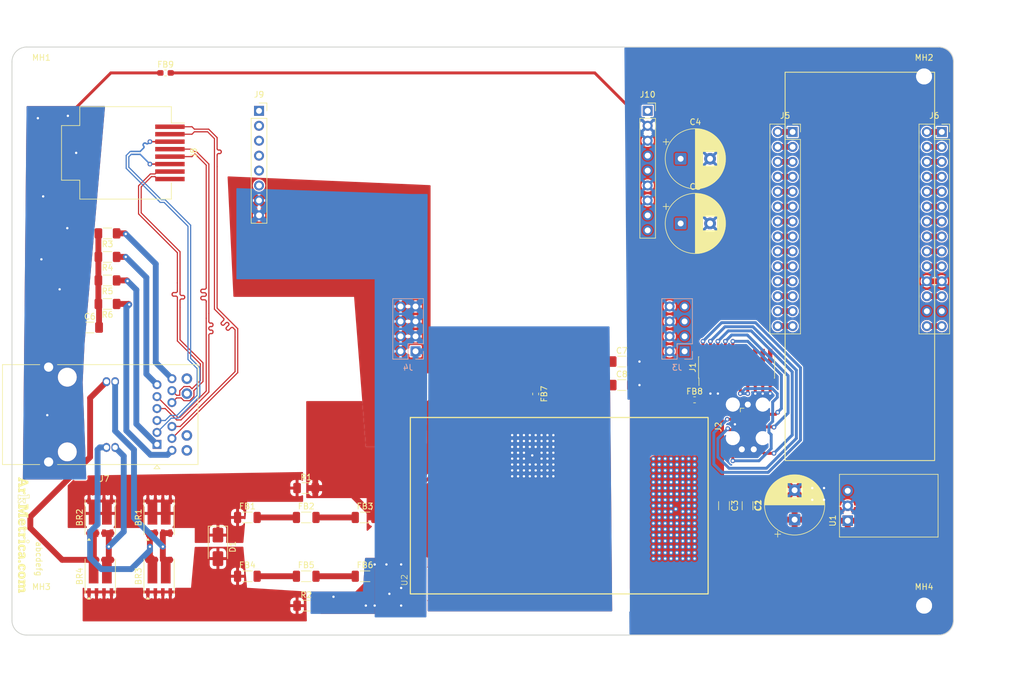
<source format=kicad_pcb>
(kicad_pcb (version 20241229) (generator "pcbnew") (generator_version "9.0")
  (layers (0 "F.Cu" signal) (2 "B.Cu" signal) (13 "F.Paste" user) (15 "B.Paste" user) (5 "F.SilkS" user "F.Silkscreen") (7 "B.SilkS" user "B.Silkscreen") (1 "F.Mask" user) (3 "B.Mask" user) (25 "Edge.Cuts" user))
  (net 0 "")
  (net 1 "/SWDIO{slash}TMS")
  (net 2 "/TDI")
  (net 3 "/5V-Supply")
  (net 4 "/TRST")
  (net 5 "/VTref")
  (net 6 "/nRESET")
  (net 7 "/RTCK")
  (net 8 "/SWCLK{slash}TCK")
  (net 9 "/SWO{slash}TDO")
  (net 10 "/VIN")
  (net 11 "/VPOE")
  (net 12 "Net-(C6-Pad2)")
  (net 13 "Net-(C6-Pad1)")
  (net 14 "/DAC")
  (net 15 "/AREF")
  (net 16 "/CIPO")
  (net 17 "/COPI")
  (net 18 "/SCL3")
  (net 19 "/SDA3")
  (net 20 "/CK")
  (net 21 "/3V3")
  (net 22 "/+5V")
  (net 23 "/~{RST}")
  (net 24 "/CS")
  (net 25 "/VIN+")
  (net 26 "Net-(FB1-Pad2)")
  (net 27 "Net-(FB2-Pad2)")
  (net 28 "Net-(J5-Pin_1)")
  (net 29 "Net-(J5-Pin_19)")
  (net 30 "Net-(J5-Pin_21)")
  (net 31 "Net-(J5-Pin_3)")
  (net 32 "Net-(J5-Pin_15)")
  (net 33 "Net-(BR1-Pin_5)")
  (net 34 "Net-(J5-Pin_11)")
  (net 35 "Net-(J5-Pin_17)")
  (net 36 "Net-(FB4-Pad2)")
  (net 37 "Net-(FB5-Pad2)")
  (net 38 "Net-(J5-Pin_25)")
  (net 39 "Net-(J5-Pin_7)")
  (net 40 "Net-(J5-Pin_10)")
  (net 41 "Net-(J5-Pin_5)")
  (net 42 "Net-(J5-Pin_23)")
  (net 43 "Net-(J6-Pin_15)")
  (net 44 "Net-(J6-Pin_17)")
  (net 45 "Net-(J6-Pin_1)")
  (net 48 "/DPD-")
  (net 50 "/DPB-")
  (net 57 "Net-(J7-MXCT1)")
  (net 58 "/DPA+")
  (net 59 "/DPA-")
  (net 60 "/DPC+")
  (net 61 "Net-(J7-MXCT2)")
  (net 62 "Net-(J7-MXCT4)")
  (net 64 "/DPD+")
  (net 65 "Net-(J7-MXCT3)")
  (net 67 "/DPB+")
  (net 68 "/DPC-")
  (net 79 "Net-(U2-Pin_10)")
  (net 80 "Net-(U2-Pin_11)")
  (net 81 "Net-(BR1-Pin_3)")
  (net 82 "Net-(BR1-Pin_1)")
  (net 83 "Net-(BR3-Pin_1)")
  (net 84 "Net-(BR2-Pin_1)")
  (net 85 "Net-(BR2-Pin_3)")
  (net 86 "GND")
  (net 87 "GND1")
  (footprint "Inductor_SMD:L_1206_3216Metric_Pad1.22x1.90mm_HandSolder" (layer "F.Cu") (at 95 125)
    (property "Reference" "FB1")
    (property "Value" "74279218")
  )
  (footprint "Capacitor_THT:CP_Radial_D10.0mm_P5.00mm" (layer "F.Cu") (at 188 125.367677 90)
    (property "Reference" "C1")
    (property "Value" "470uF")
  )
  (footprint "custom:AG59800-LPB" (layer "F.Cu") (at 148 123)
    (property "Reference" "U2")
    (property "Value" "AG59800")
  )
  (footprint "Inductor_SMD:L_0603_1608Metric_Pad1.05x0.95mm_HandSolder" (layer "F.Cu") (at 144 104 -90)
    (property "Reference" "FB7")
    (property "Value" "74279269")
  )
  (footprint "Inductor_SMD:L_1206_3216Metric_Pad1.22x1.90mm_HandSolder" (layer "F.Cu") (at 115 135)
    (property "Reference" "FB6")
    (property "Value" "74279218")
  )
  (footprint "MountingHole:MountingHole_2.7mm_M2.5_ISO14580" (layer "F.Cu") (at 60 140)
    (property "Reference" "MH3")
    (property "Value" "MountingHole")
  )
  (footprint "custom:site_small" (layer "F.Cu") (at 57 128 -90)
    (property "Reference" "SYM1" (hide yes))
    (property "Value" "Logo_Open_Hardware_Small" (hide yes))
  )
  (footprint "Resistor_SMD:R_1206_3216Metric_Pad1.30x1.75mm_HandSolder" (layer "F.Cu") (at 71.235 84.69 180)
    (property "Reference" "R5")
    (property "Value" "75R")
  )
  (footprint "Package_SO:PowerPAK_SO-8_Dual" (layer "F.Cu") (at 70 135 90)
    (property "Reference" "BR4")
    (property "Value" "V6K100DUHM3/H")
  )
  (footprint "Connector_PinSocket_2.54mm:PinSocket_2x14_P2.54mm_Vertical" (layer "F.Cu") (at 213.0092 59.44)
    (property "Reference" "J6")
    (property "Value" "Conn_02x14_Odd_Even")
  )
  (footprint "Capacitor_SMD:C_1206_3216Metric_Pad1.33x1.80mm_HandSolder" (layer "F.Cu") (at 68.235 92.69)
    (property "Reference" "C6")
    (property "Value" "1000pF")
  )
  (footprint "Connector_RJ:RJ45_Pulse_JK00177NL_Horizontal" (layer "F.Cu") (at 79.64 112.575 180)
    (property "Reference" "J7")
    (property "Value" "RJ45_JK00177")
  )
  (footprint "Resistor_SMD:R_1206_3216Metric_Pad1.30x1.75mm_HandSolder" (layer "F.Cu") (at 105 120)
    (property "Reference" "R1")
    (property "Value" "0R")
  )
  (footprint "Resistor_SMD:R_1206_3216Metric_Pad1.30x1.75mm_HandSolder" (layer "F.Cu") (at 71.235 76.69 180)
    (property "Reference" "R3")
    (property "Value" "75R")
  )
  (footprint "Connector_RJ:RJ45_Molex_0855135013_Vertical" (layer "F.Cu") (at 74 63 -90)
    (property "Reference" "J8")
    (property "Value" "RJ45_Shielded")
  )
  (footprint "Connector:Tag-Connect_TC2050-IDC-FP_2x05_P1.27mm_Vertical" (layer "F.Cu") (at 180.04 109.605 -90)
    (property "Reference" "J2")
    (property "Value" "J-LINK NEEDLE")
  )
  (footprint "Resistor_SMD:R_1206_3216Metric_Pad1.30x1.75mm_HandSolder" (layer "F.Cu") (at 71.235 88.69 180)
    (property "Reference" "R6")
    (property "Value" "75R")
  )
  (footprint "Resistor_SMD:R_1206_3216Metric_Pad1.30x1.75mm_HandSolder" (layer "F.Cu") (at 105 140)
    (property "Reference" "R2")
    (property "Value" "0R")
  )
  (footprint "Package_SO:PowerPAK_SO-8_Dual" (layer "F.Cu") (at 80 135 90)
    (property "Reference" "BR3")
    (property "Value" "V6K100DUHM3/H")
  )
  (footprint "Inductor_SMD:L_0603_1608Metric_Pad1.05x0.95mm_HandSolder" (layer "F.Cu") (at 81.1 49.4)
    (property "Reference" "FB9")
    (property "Value" "74279269")
  )
  (footprint "Package_SO:PowerPAK_SO-8_Dual" (layer "F.Cu") (at 80 125 90)
    (property "Reference" "BR1")
    (property "Value" "V6K100DUHM3/H")
  )
  (footprint "Capacitor_SMD:C_1206_3216Metric_Pad1.33x1.80mm_HandSolder" (layer "F.Cu") (at 180 123 -90)
    (property "Reference" "C2")
    (property "Value" "10uF")
  )
  (footprint "Inductor_SMD:L_1206_3216Metric_Pad1.22x1.90mm_HandSolder" (layer "F.Cu") (at 105 125)
    (property "Reference" "FB2")
    (property "Value" "74279218")
  )
  (footprint "MountingHole:MountingHole_2.7mm_M2.5_ISO14580" (layer "F.Cu") (at 60 50)
    (property "Reference" "MH1")
    (property "Value" "MountingHole")
  )
  (footprint "Converter_DCDC:Converter_DCDC_Murata_OKI-78SR_Horizontal" (layer "F.Cu") (at 197.02 125.55 90)
    (property "Reference" "U1")
    (property "Value" "OKI-78SR-3.3_1.5-W36H-C")
  )
  (footprint "Capacitor_SMD:C_1206_3216Metric_Pad1.33x1.80mm_HandSolder" (layer "F.Cu") (at 158.635 102.49)
    (property "Reference" "C8")
    (property "Value" "4.7nF")
  )
  (footprint "Connector_PinHeader_1.27mm:PinHeader_2x10_P1.27mm_Vertical_SMD" (layer "F.Cu") (at 178.135 99.49 90)
    (property "Reference" "J1")
    (property "Value" "Conn_02x10_Odd_Even")
  )
  (footprint "Capacitor_THT:CP_Radial_D10.0mm_P5.00mm" (layer "F.Cu") (at 168.632323 64)
    (property "Reference" "C4")
    (property "Value" "1000uF")
  )
  (footprint "Connector_PinSocket_2.54mm:PinSocket_1x09_P2.54mm_Vertical" (layer "F.Cu") (at 163.025 55.85)
    (property "Reference" "J10")
    (property "Value" "AG5800OUT")
  )
  (footprint "Resistor_SMD:R_1206_3216Metric_Pad1.30x1.75mm_HandSolder" (layer "F.Cu") (at 71.235 80.69 180)
    (property "Reference" "R4")
    (property "Value" "75R")
  )
  (footprint "Inductor_SMD:L_1206_3216Metric_Pad1.22x1.90mm_HandSolder" (layer "F.Cu") (at 105 135)
    (property "Reference" "FB5")
    (property "Value" "74279218")
  )
  (footprint "Connector_PinSocket_2.54mm:PinSocket_2x14_P2.54mm_Vertical" (layer "F.Cu") (at 187.66 59.44)
    (property "Reference" "J5")
    (property "Value" "Conn_02x14_Odd_Even")
  )
  (footprint "Inductor_SMD:L_0603_1608Metric_Pad1.05x0.95mm_HandSolder" (layer "F.Cu") (at 171 105)
    (property "Reference" "FB8")
    (property "Value" "74279269")
  )
  (footprint "Capacitor_SMD:C_1206_3216Metric_Pad1.33x1.80mm_HandSolder" (layer "F.Cu") (at 158.635 98.49)
    (property "Reference" "C7")
    (property "Value" "4.7nF")
  )
  (footprint "MountingHole:MountingHole_2.7mm_M2.5_ISO14580" (layer "F.Cu") (at 210 50)
    (property "Reference" "MH2")
    (property "Value" "MountingHole")
  )
  (footprint "Inductor_SMD:L_1206_3216Metric_Pad1.22x1.90mm_HandSolder" (layer "F.Cu") (at 115 125)
    (property "Reference" "FB3")
    (property "Value" "74279218")
  )
  (footprint "Package_SO:PowerPAK_SO-8_Dual" (layer "F.Cu") (at 70 125 90)
    (property "Reference" "BR2")
    (property "Value" "V6K100DUHM3/H")
  )
  (footprint "Capacitor_THT:CP_Radial_D10.0mm_P5.00mm" (layer "F.Cu") (at 168.632323 75)
    (property "Reference" "C5")
    (property "Value" "1000uF")
  )
  (footprint "Capacitor_SMD:C_1206_3216Metric_Pad1.33x1.80mm_HandSolder" (layer "F.Cu") (at 176 123 -90)
    (property "Reference" "C3")
    (property "Value" "100nF")
  )
  (footprint "MountingHole:MountingHole_2.7mm_M2.5_ISO14580" (layer "F.Cu") (at 210 140)
    (property "Reference" "MH4")
    (property "Value" "MountingHole")
  )
  (footprint "Diode_SMD:D_SMA" (layer "F.Cu") (at 90 130 -90)
    (property "Reference" "D1")
    (property "Value" "SMAJ58A")
  )
  (footprint "Inductor_SMD:L_1206_3216Metric_Pad1.22x1.90mm_HandSolder" (layer "F.Cu") (at 95 135)
    (property "Reference" "FB4")
    (property "Value" "74279218")
  )
  (footprint "Connector_PinSocket_2.54mm:PinSocket_1x08_P2.54mm_Vertical" (layer "F.Cu") (at 96.985 55.85)
    (property "Reference" "J9")
    (property "Value" "AG5800IN")
  )
  (footprint "Connector_PinSocket_2.54mm:PinSocket_2x04_P2.54mm_Vertical" (layer "B.Cu") (at 123.58 96.74)
    (property "Reference" "J4")
    (property "Value" "Conn_02x04_Odd_Even")
  )
  (footprint "Connector_PinSocket_2.54mm:PinSocket_2x04_P2.54mm_Vertical" (layer "B.Cu") (at 169.3 96.74)
    (property "Reference" "J3")
    (property "Value" "Conn_02x04_Odd_Even")
  )
  (gr_rect (start 186.3854 49.28) (end 211.7946 115.32) (stroke (width 0.15)) (fill no) (layer "F.SilkS"))
  (gr_line (start 212.5 145) (end 57.5 145) (stroke (width 0.15)) (layer "Edge.Cuts"))
  (gr_arc (start 57.5 145) (mid 55.732233 144.267767) (end 55 142.5) (stroke (width 0.15)) (layer "Edge.Cuts"))
  (gr_arc (start 215 142.5) (mid 214.267767 144.267767) (end 212.5 145) (stroke (width 0.15)) (layer "Edge.Cuts"))
  (gr_arc (start 55 47.5) (mid 55.732233 45.732233) (end 57.5 45) (stroke (width 0.15)) (layer "Edge.Cuts"))
  (gr_line (start 215 47.5) (end 215 142.5) (stroke (width 0.15)) (layer "Edge.Cuts"))
  (gr_line (start 55 142.5) (end 55 47.5) (stroke (width 0.15)) (layer "Edge.Cuts"))
  (gr_arc (start 212.5 45) (mid 214.267767 45.732233) (end 215 47.5) (stroke (width 0.15)) (layer "Edge.Cuts"))
  (gr_line (start 57.5 45) (end 212.5 45) (stroke (width 0.15)) (layer "Edge.Cuts"))
  (gr_text "abcdefg" (at 59 129 270) (layer "F.SilkS") (effects (font (size 1 1)) (justify left bottom)))
  (segment (start 178.18 108.335) (end 179.405 108.335) (width 0.5) (layer "F.Cu") (net 1))
  (segment (start 178.153699 108.308699) (end 178.18 108.335) (width 0.5) (layer "F.Cu") (net 1))
  (segment (start 172.42 97.54) (end 172.42 95.045) (width 0.5) (layer "F.Cu") (net 1))
  (segment (start 176.54474 108.308699) (end 178.153699 108.308699) (width 0.5) (layer "F.Cu") (net 1))
  (via (at 172.42 95.045) (size 0.8) (drill 0.4) (layers "F.Cu" "B.Cu") (net 1))
  (via (at 176.54474 108.308699) (size 0.8) (drill 0.4) (layers "F.Cu" "B.Cu") (net 1))
  (segment (start 176.54474 108.308699) (end 174.259 110.594439) (width 0.5) (layer "B.Cu") (net 1))
  (segment (start 174.259 110.594439) (end 174.259 115.934) (width 0.5) (layer "B.Cu") (net 1))
  (segment (start 175.595 91.87) (end 172.42 95.045) (width 0.5) (layer "B.Cu") (net 1))
  (segment (start 175.661 117.336) (end 183.505364 117.336) (width 0.5) (layer "B.Cu") (net 1))
  (segment (start 174.259 115.934) (end 175.661 117.336) (width 0.5) (layer "B.Cu") (net 1))
  (segment (start 188.996 99.517136) (end 181.348864 91.87) (width 0.5) (layer "B.Cu") (net 1))
  (segment (start 183.505364 117.336) (end 188.996 111.845364) (width 0.5) (layer "B.Cu") (net 1))
  (segment (start 188.996 111.845364) (end 188.996 99.517136) (width 0.5) (layer "B.Cu") (net 1))
  (segment (start 181.348864 91.87) (end 175.595 91.87) (width 0.5) (layer "B.Cu") (net 1))
  (segment (start 184.44 109.605) (end 184.485 109.65) (width 0.5) (layer "F.Cu") (net 2))
  (segment (start 180.675 109.605) (end 184.44 109.605) (width 0.5) (layer "F.Cu") (net 2))
  (segment (start 176.23 97.54) (end 176.23 95.045) (width 0.5) (layer "F.Cu") (net 2))
  (via (at 184.485 109.65) (size 0.8) (drill 0.4) (layers "F.Cu" "B.Cu") (net 2))
  (via (at 176.23 95.045) (size 0.8) (drill 0.4) (layers "F.Cu" "B.Cu") (net 2))
  (segment (start 186.893 107.242) (end 186.893 100.906636) (width 0.5) (layer "B.Cu") (net 2))
  (segment (start 179.959364 93.973) (end 177.302 93.973) (width 0.5) (layer "B.Cu") (net 2))
  (segment (start 177.302 93.973) (end 176.23 95.045) (width 0.5) (layer "B.Cu") (net 2))
  (segment (start 184.485 109.65) (end 186.893 107.242) (width 0.5) (layer "B.Cu") (net 2))
  (segment (start 186.893 100.906636) (end 179.959364 93.973) (width 0.5) (layer "B.Cu") (net 2))
  (segment (start 179.405 112.145) (end 179.238572 112.145) (width 0.5) (layer "F.Cu") (net 3))
  (segment (start 180.04 101.44) (end 180.04 103.935) (width 0.5) (layer "F.Cu") (net 3))
  (segment (start 177.5 113.883572) (end 177.5 115.365) (width 0.5) (layer "F.Cu") (net 3))
  (segment (start 179.238572 112.145) (end 177.5 113.883572) (width 0.5) (layer "F.Cu") (net 3))
  (segment (start 178.77 101.44) (end 178.77 103.935) (width 0.5) (layer "F.Cu") (net 3))
  (via (at 177.5 115.365) (size 0.8) (drill 0.4) (layers "F.Cu" "B.Cu") (net 3))
  (via (at 180.04 103.935) (size 0.8) (drill 0.4) (layers "F.Cu" "B.Cu") (net 3))
  (via (at 178.77 103.935) (size 0.8) (drill 0.4) (layers "F.Cu" "B.Cu") (net 3))
  (segment (start 183.634 109.297504) (end 183.634 110.529725) (width 0.5) (layer "B.Cu") (net 3))
  (segment (start 185.054 104.57) (end 184.269 105.355) (width 0.5) (layer "B.Cu") (net 3))
  (segment (start 184.01845 113.29155) (end 181.945 115.365) (width 0.5) (layer "B.Cu") (net 3))
  (segment (start 183.634 110.529725) (end 184.01845 110.914175) (width 0.5) (layer "B.Cu") (net 3))
  (segment (start 181.945 115.365) (end 177.5 115.365) (width 0.5) (layer "B.Cu") (net 3))
  (segment (start 178.77 103.935) (end 179.621 103.084) (width 0.5) (layer "B.Cu") (net 3))
  (segment (start 179.621 103.084) (end 184.203 103.084) (width 0.5) (layer "B.Cu") (net 3))
  (segment (start 184.01845 110.914175) (end 184.01845 113.29155) (width 0.5) (layer "B.Cu") (net 3))
  (segment (start 185.054 103.935) (end 185.054 104.57) (width 0.5) (layer "B.Cu") (net 3))
  (segment (start 184.203 103.084) (end 185.054 103.935) (width 0.5) (layer "B.Cu") (net 3))
  (segment (start 184.269 108.662504) (end 183.634 109.297504) (width 0.5) (layer "B.Cu") (net 3))
  (segment (start 184.269 105.355) (end 184.269 108.662504) (width 0.5) (layer "B.Cu") (net 3))
  (segment (start 178.77 103.935) (end 180.04 103.935) (width 0.5) (layer "B.Cu") (net 3))
  (segment (start 175.943699 107.458699) (end 172.42 103.935) (width 0.5) (layer "F.Cu") (net 5))
  (segment (start 172.42 103.935) (end 172.42 101.44) (width 0.5) (layer "F.Cu") (net 5))
  (segment (start 179.011301 107.458699) (end 175.943699 107.458699) (width 0.5) (layer "F.Cu") (net 5))
  (segment (start 179.405 107.065) (end 179.011301 107.458699) (width 0.5) (layer "F.Cu") (net 5))
  (segment (start 184.771301 107.458699) (end 185.12 107.11) (width 0.5) (layer "F.Cu") (net 6))
  (segment (start 181.068699 107.458699) (end 184.771301 107.458699) (width 0.5) (layer "F.Cu") (net 6))
  (segment (start 180.675 107.065) (end 181.068699 107.458699) (width 0.5) (layer "F.Cu") (net 6))
  (segment (start 177.5 97.54) (end 177.5 95.045) (width 0.5) (layer "F.Cu") (net 6))
  (via (at 177.5 95.045) (size 0.8) (drill 0.4) (layers "F.Cu" "B.Cu") (net 6))
  (via (at 185.12 107.11) (size 0.8) (drill 0.4) (layers "F.Cu" "B.Cu") (net 6))
  (segment (start 177.5 95.045) (end 180.04 95.045) (width 0.5) (layer "B.Cu") (net 6))
  (segment (start 185.755 106.475) (end 185.12 107.11) (width 0.5) (layer "B.Cu") (net 6))
  (segment (start 185.755 100.76) (end 185.755 106.475) (width 0.5) (layer "B.Cu") (net 6))
  (segment (start 180.04 95.045) (end 185.755 100.76) (width 0.5) (layer "B.Cu") (net 6))
  (segment (start 179.405 110.875) (end 178.60155 110.07155) (width 0.5) (layer "F.Cu") (net 8))
  (segment (start 178.60155 110.07155) (end 176.813722 110.07155) (width 0.5) (layer "F.Cu") (net 8))
  (segment (start 176.813722 110.07155) (end 176.639318 109.897146) (width 0.5) (layer "F.Cu") (net 8))
  (segment (start 173.69 97.54) (end 173.69 95.045) (width 0.5) (layer "F.Cu") (net 8))
  (via (at 173.69 95.045) (size 0.8) (drill 0.4) (layers "F.Cu" "B.Cu") (net 8))
  (via (at 176.639318 109.897146) (size 0.8) (drill 0.4) (layers "F.Cu" "B.Cu") (net 8))
  (segment (start 183.215 116.635) (end 176.865 116.635) (width 0.5) (layer "B.Cu") (net 8))
  (segment (start 174.96 111.576464) (end 176.639318 109.897146) (width 0.5) (layer "B.Cu") (net 8))
  (segment (start 180.919182 92.571) (end 188.295 99.946818) (width 0.5) (layer "B.Cu") (net 8))
  (segment (start 174.96 114.73) (end 174.96 111.576464) (width 0.5) (layer "B.Cu") (net 8))
  (segment (start 188.295 99.946818) (end 188.295 111.555) (width 0.5) (layer "B.Cu") (net 8))
  (segment (start 188.295 111.555) (end 183.215 116.635) (width 0.5) (layer "B.Cu") (net 8))
  (segment (start 176.865 116.635) (end 174.96 114.73) (width 0.5) (layer "B.Cu") (net 8))
  (segment (start 173.69 95.045) (end 176.164 92.571) (width 0.5) (layer "B.Cu") (net 8))
  (segment (start 176.164 92.571) (end 180.919182 92.571) (width 0.5) (layer "B.Cu") (net 8))
  (segment (start 174.96 97.54) (end 174.96 95.045) (width 0.5) (layer "F.Cu") (net 9))
  (segment (start 180.675 112.145) (end 180.841428 112.145) (width 0.5) (layer "F.Cu") (net 9))
  (segment (start 180.841428 112.145) (end 182.791428 114.095) (width 0.5) (layer "F.Cu") (net 9))
  (segment (start 182.791428 114.095) (end 184.485 114.095) (width 0.5) (layer "F.Cu") (net 9))
  (via (at 174.96 95.045) (size 0.8) (drill 0.4) (layers "F.Cu" "B.Cu") (net 9))
  (via (at 184.485 114.095) (size 0.8) (drill 0.4) (layers "F.Cu" "B.Cu") (net 9))
  (segment (start 176.733 93.272) (end 180.628818 93.272) (width 0.5) (layer "B.Cu") (net 9))
  (segment (start 180.628818 93.272) (end 187.594 100.237182) (width 0.5) (layer "B.Cu") (net 9))
  (segment (start 187.594 100.237182) (end 187.594 110.986) (width 0.5) (layer "B.Cu") (net 9))
  (segment (start 187.594 110.986) (end 184.485 114.095) (width 0.5) (layer "B.Cu") (net 9))
  (segment (start 174.96 95.045) (end 176.733 93.272) (width 0.5) (layer "B.Cu") (net 9))
  (segment (start 213.0092 89.92) (end 210.4692 89.92) (width 1) (layer "F.Cu") (net 10))
  (segment (start 69.685 84.69) (end 69.685 80.69) (width 1) (layer "F.Cu") (net 12))
  (segment (start 69.685 88.69) (end 69.685 84.69) (width 1) (layer "F.Cu") (net 12))
  (segment (start 69.685 80.69) (end 69.685 76.69) (width 1) (layer "F.Cu") (net 12))
  (segment (start 69.7975 92.69) (end 69.7975 88.8025) (width 1) (layer "F.Cu") (net 12))
  (segment (start 69.7975 88.8025) (end 69.685 88.69) (width 1) (layer "F.Cu") (net 12))
  (segment (start 71.8 49.4) (end 64.5 56.7) (width 0.5) (layer "F.Cu") (net 13))
  (segment (start 80.225 49.4) (end 71.8 49.4) (width 0.5) (layer "F.Cu") (net 13))
  (via (at 60 81.1) (size 0.8) (drill 0.4) (layers "F.Cu" "B.Cu") (net 13))
  (via (at 61 107.6) (size 0.8) (drill 0.4) (layers "F.Cu" "B.Cu") (net 13))
  (via (at 65.91 63) (size 0.8) (drill 0.4) (layers "F.Cu" "B.Cu") (net 13))
  (via (at 60.3 70.4) (size 0.8) (drill 0.4) (layers "F.Cu" "B.Cu") (net 13))
  (via (at 63.1 86.2) (size 0.8) (drill 0.4) (layers "F.Cu" "B.Cu") (net 13))
  (via (at 64.4 75.8) (size 0.8) (drill 0.4) (layers "F.Cu" "B.Cu") (net 13))
  (via (at 64.5 56.7) (size 0.8) (drill 0.4) (layers "F.Cu" "B.Cu") (net 13))
  (via (at 59.4 57.1) (size 0.8) (drill 0.4) (layers "F.Cu" "B.Cu") (net 13))
  (segment (start 187.66 74.68) (end 185.12 74.68) (width 1) (layer "F.Cu") (net 14))
  (segment (start 185.12 92.46) (end 187.66 92.46) (width 1) (layer "F.Cu") (net 15))
  (segment (start 210.4692 69.6) (end 213.0092 69.6) (width 1) (layer "F.Cu") (net 16))
  (segment (start 213.0092 64.52) (end 210.4692 64.52) (width 1) (layer "F.Cu") (net 17))
  (segment (start 210.4692 74.68) (end 213.0092 74.68) (width 1) (layer "F.Cu") (net 18))
  (segment (start 213.0092 72.14) (end 210.4692 72.14) (width 1) (layer "F.Cu") (net 19))
  (segment (start 213.0092 67.06) (end 210.4692 67.06) (width 1) (layer "F.Cu") (net 20))
  (segment (start 210.4692 87.38) (end 213.0092 87.38) (width 1) (layer "F.Cu") (net 21))
  (segment (start 210.4692 92.46) (end 213.0092 92.46) (width 1) (layer "F.Cu") (net 22))
  (segment (start 213.0092 82.3) (end 210.4692 82.3) (width 1) (layer "F.Cu") (net 23))
  (segment (start 210.4692 61.98) (end 213.0092 61.98) (width 1) (layer "F.Cu") (net 24))
  (segment (start 157.0725 98.49) (end 132.635 98.49) (width 0.5) (layer "F.Cu") (net 25))
  (segment (start 111.6625 120) (end 116.6625 125) (width 1) (layer "F.Cu") (net 25))
  (segment (start 124.115 117.5475) (end 116.6625 125) (width 1) (layer "F.Cu") (net 25))
  (segment (start 124.115 107.01) (end 124.115 109.715) (width 0.5) (layer "F.Cu") (net 25))
  (segment (start 132.635 98.49) (end 124.115 107.01) (width 0.5) (layer "F.Cu") (net 25))
  (segment (start 106.55 120) (end 111.6625 120) (width 1) (layer "F.Cu") (net 25))
  (segment (start 124.115 109.715) (end 124.115 117.5475) (width 1) (layer "F.Cu") (net 25))
  (segment (start 96.6625 125) (end 103.3375 125) (width 1) (layer "F.Cu") (net 26))
  (segment (start 106.6625 125) (end 113.3375 125) (width 1) (layer "F.Cu") (net 27))
  (segment (start 187.66 59.44) (end 185.12 59.44) (width 1) (layer "F.Cu") (net 28))
  (segment (start 185.12 82.3) (end 187.66 82.3) (width 1) (layer "F.Cu") (net 29))
  (segment (start 187.66 84.84) (end 185.12 84.84) (width 1) (layer "F.Cu") (net 30))
  (segment (start 185.12 61.98) (end 187.66 61.98) (width 1) (layer "F.Cu") (net 31))
  (segment (start 185.12 77.22) (end 187.66 77.22) (width 1) (layer "F.Cu") (net 32))
  (segment (start 185.12 72.14) (end 187.66 72.14) (width 1) (layer "F.Cu") (net 34))
  (segment (start 187.66 79.76) (end 185.12 79.76) (width 1) (layer "F.Cu") (net 35))
  (segment (start 96.6625 135) (end 103.3375 135) (width 1) (layer "F.Cu") (net 36))
  (segment (start 106.6625 135) (end 113.3375 135) (width 1) (layer "F.Cu") (net 37))
  (segment (start 187.66 89.92) (end 185.12 89.92) (width 1) (layer "F.Cu") (net 38))
  (segment (start 185.12 67.06) (end 187.66 67.06) (width 1) (layer "F.Cu") (net 39))
  (segment (start 187.66 69.6) (end 185.12 69.6) (width 1) (layer "F.Cu") (net 40))
  (segment (start 187.66 64.52) (end 185.12 64.52) (width 1) (layer "F.Cu") (net 41))
  (segment (start 185.12 87.38) (end 187.66 87.38) (width 1) (layer "F.Cu") (net 42))
  (segment (start 213.0092 77.22) (end 210.4692 77.22) (width 1) (layer "F.Cu") (net 43))
  (segment (start 210.4692 79.76) (end 213.0092 79.76) (width 1) (layer "F.Cu") (net 44))
  (segment (start 213.0092 59.44) (end 210.4692 59.44) (width 1) (layer "F.Cu") (net 45))
  (segment (start 83.56 86.547175) (end 83.56 87.001738) (width 0.2) (layer "F.Cu") (net 48))
  (segment (start 85.921 104.436471) (end 85.217471 105.14) (width 0.2) (layer "F.Cu") (net 48))
  (segment (start 83.56 88.081738) (end 83.56 88.201738) (width 0.2) (layer "F.Cu") (net 48))
  (segment (start 87.46 101.883198) (end 85.911335 103.431863) (width 0.2) (layer "F.Cu") (net 48))
  (segment (start 82.970999 104.672001) (end 82.18 105.463) (width 0.2) (layer "F.Cu") (net 48))
  (segment (start 83.8 87.241738) (end 84.102493 87.241738) (width 0.2) (layer "F.Cu") (net 48))
  (segment (start 85.911335 103.431863) (end 85.921 103.441529) (width 0.2) (layer "F.Cu") (net 48))
  (segment (start 85.217471 105.14) (end 84.222529 105.14) (width 0.2) (layer "F.Cu") (net 48))
  (segment (start 84.102493 87.841738) (end 83.8 87.841738) (width 0.2) (layer "F.Cu") (net 48))
  (segment (start 85.921 103.441529) (end 85.921 104.436471) (width 0.2) (layer "F.Cu") (net 48))
  (segment (start 78.708198 67.035) (end 79.31 67.035) (width 0.2) (layer "F.Cu") (net 48))
  (segment (start 83.56 89.266062) (end 83.56 94.796802) (width 0.2) (layer "F.Cu") (net 48))
  (segment (start 76.96 73.196802) (end 76.96 68.783198) (width 0.2) (layer "F.Cu") (net 48))
  (segment (start 83.56 94.796802) (end 87.46 98.696802) (width 0.2) (layer "F.Cu") (net 48))
  (segment (start 83.75453 104.672001) (end 82.970999 104.672001) (width 0.2) (layer "F.Cu") (net 48))
  (segment (start 84.342493 87.481738) (end 84.342493 87.601738) (width 0.2) (layer "F.Cu") (net 48))
  (segment (start 83.56 88.201738) (end 83.56 89.266062) (width 0.2) (layer "F.Cu") (net 48))
  (segment (start 79.31 67.035) (end 79.72 67.445) (width 0.2) (layer "F.Cu") (net 48))
  (segment (start 83.56 79.796802) (end 76.96 73.196802) (width 0.2) (layer "F.Cu") (net 48))
  (segment (start 84.222529 105.14) (end 83.75453 104.672001) (width 0.2) (layer "F.Cu") (net 48))
  (segment (start 87.46 98.696802) (end 87.46 101.883198) (width 0.2) (layer "F.Cu") (net 48))
  (segment (start 76.96 68.783198) (end 78.708198 67.035) (width 0.2) (layer "F.Cu") (net 48))
  (segment (start 83.56 86.161481) (end 83.56 79.796802) (width 0.2) (layer "F.Cu") (net 48))
  (segment (start 83.56 86.547175) (end 83.56 86.161481) (width 0.2) (layer "F.Cu") (net 48))
  (segment (start 79.72 67.445) (end 81.84 67.445) (width 0.2) (layer "F.Cu") (net 48))
  (arc (start 84.342493 87.601738) (mid 84.272199 87.771444) (end 84.102493 87.841738) (width 0.2) (layer "F.Cu") (net 48))
  (arc (start 83.56 87.001738) (mid 83.630294 87.171444) (end 83.8 87.241738) (width 0.2) (layer "F.Cu") (net 48))
  (arc (start 83.8 87.841738) (mid 83.630294 87.912032) (end 83.56 88.081738) (width 0.2) (layer "F.Cu") (net 48))
  (arc (start 84.102493 87.241738) (mid 84.272199 87.312032) (end 84.342493 87.481738) (width 0.2) (layer "F.Cu") (net 48))
  (segment (start 81.84 64.905) (end 78.445 64.905) (width 0.25) (layer "F.Cu") (net 50))
  (via (at 78.445 64.905) (size 0.8) (drill 0.4) (layers "F.Cu" "B.Cu") (net 50))
  (segment (start 86.925 104.393198) (end 83.203198 108.115) (width 0.2) (layer "B.Cu") (net 50))
  (segment (start 74.86 63.66) (end 74.86 65.446802) (width 0.2) (layer "B.Cu") (net 50))
  (segment (start 80.378198 70.965) (end 81.028198 70.965) (width 0.2) (layer "B.Cu") (net 50))
  (segment (start 75.27 63.25) (end 74.86 63.66) (width 0.2) (layer "B.Cu") (net 50))
  (segment (start 74.86 65.446802) (end 80.378198 70.965) (width 0.2) (layer "B.Cu") (net 50))
  (segment (start 78.445 64.905) (end 76.79 63.25) (width 0.25) (layer "B.Cu") (net 50))
  (segment (start 81.028198 70.965) (end 85.36 75.296802) (width 0.2) (layer "B.Cu") (net 50))
  (segment (start 85.36 97.941802) (end 86.925 99.506802) (width 0.2) (layer "B.Cu") (net 50))
  (segment (start 86.925 99.506802) (end 86.925 104.393198) (width 0.2) (layer "B.Cu") (net 50))
  (segment (start 83.203198 108.115) (end 82.068 108.115) (width 0.2) (layer "B.Cu") (net 50))
  (segment (start 76.79 63.25) (end 75.27 63.25) (width 0.25) (layer "B.Cu") (net 50))
  (segment (start 82.068 108.115) (end 79.64 110.543) (width 0.2) (layer "B.Cu") (net 50))
  (segment (start 85.36 75.296802) (end 85.36 97.941802) (width 0.2) (layer "B.Cu") (net 50))
  (segment (start 74.235 76.69) (end 74.335 76.79) (width 1) (layer "F.Cu") (net 57))
  (segment (start 72.785 76.69) (end 74.235 76.69) (width 1) (layer "F.Cu") (net 57))
  (via (at 74.335 76.79) (size 0.8) (drill 0.4) (layers "F.Cu" "B.Cu") (net 57))
  (segment (start 74.335 76.79) (end 79.435 81.89) (width 1) (layer "B.Cu") (net 57))
  (segment (start 79.435 98.654) (end 82.18 101.399) (width 1) (layer "B.Cu") (net 57))
  (segment (start 79.435 81.89) (end 79.435 98.654) (width 1) (layer "B.Cu") (net 57))
  (segment (start 90.1 62.516384) (end 90.313114 62.516384) (width 0.2) (layer "F.Cu") (net 58))
  (segment (start 93.36 92.896802) (end 93.36 100.379) (width 0.2) (layer "F.Cu") (net 58))
  (segment (start 88.428198 58.965) (end 89.86 60.396802) (width 0.2) (layer "F.Cu") (net 58))
  (segment (start 89.86 63.476384) (end 89.86 65.338206) (width 0.2) (layer "F.Cu") (net 58))
  (segment (start 89.86 89.396802) (end 93.36 92.896802) (width 0.2) (layer "F.Cu") (net 58))
  (segment (start 93.36 100.379) (end 82.18 111.559) (width 0.2) (layer "F.Cu") (net 58))
  (segment (start 90.553114 62.756384) (end 90.553114 62.876384) (width 0.2) (layer "F.Cu") (net 58))
  (segment (start 89.86 60.396802) (end 89.86 62.276384) (width 0.2) (layer "F.Cu") (net 58))
  (segment (start 85.590001 58.555) (end 86.000001 58.965) (width 0.2) (layer "F.Cu") (net 58))
  (segment (start 89.86 65.338206) (end 89.86 89.396802) (width 0.2) (layer "F.Cu") (net 58))
  (segment (start 90.313114 63.116384) (end 90.1 63.116384) (width 0.2) (layer "F.Cu") (net 58))
  (segment (start 86.000001 58.965) (end 88.428198 58.965) (width 0.2) (layer "F.Cu") (net 58))
  (segment (start 81.84 58.555) (end 85.590001 58.555) (width 0.2) (layer "F.Cu") (net 58))
  (segment (start 89.86 63.356384) (end 89.86 63.476384) (width 0.2) (layer "F.Cu") (net 58))
  (arc (start 90.553114 62.876384) (mid 90.48282 63.04609) (end 90.313114 63.116384) (width 0.2) (layer "F.Cu") (net 58))
  (arc (start 90.1 63.116384) (mid 89.930294 63.186678) (end 89.86 63.356384) (width 0.2) (layer "F.Cu") (net 58))
  (arc (start 89.86 62.276384) (mid 89.930294 62.44609) (end 90.1 62.516384) (width 0.2) (layer "F.Cu") (net 58))
  (arc (start 90.313114 62.516384) (mid 90.48282 62.586678) (end 90.553114 62.756384) (width 0.2) (layer "F.Cu") (net 58))
  (segment (start 91.021596 92.250051) (end 91.379519 91.892127) (width 0.2) (layer "F.Cu") (net 59))
  (segment (start 92.652312 92.82551) (end 92.91 93.083198) (width 0.2) (layer "F.Cu") (net 59))
  (segment (start 90.955256 91.467865) (end 90.597332 91.825788) (width 0.2) (layer "F.Cu") (net 59))
  (segment (start 83.575603 109.527) (end 82.18 109.527) (width 0.2) (layer "F.Cu") (net 59))
  (segment (start 81.84 59.825) (end 85.590001 59.825) (width 0.2) (layer "F.Cu") (net 59))
  (segment (start 85.590001 59.825) (end 86.000001 59.415) (width 0.2) (layer "F.Cu") (net 59))
  (segment (start 91.71893 91.892127) (end 91.803784 91.976982) (width 0.2) (layer "F.Cu") (net 59))
  (segment (start 91.445852 93.013736) (end 91.530704 93.098588) (width 0.2) (layer "F.Cu") (net 59))
  (segment (start 91.803784 92.316393) (end 91.445852 92.674324) (width 0.2) (layer "F.Cu") (net 59))
  (segment (start 92.91 94.324296) (end 92.91 100.192603) (width 0.2) (layer "F.Cu") (net 59))
  (segment (start 89.41 60.583198) (end 89.41 89.583198) (width 0.2) (layer "F.Cu") (net 59))
  (segment (start 92.91 100.192603) (end 83.575603 109.527) (width 0.2) (layer "F.Cu") (net 59))
  (segment (start 86.000001 59.415) (end 88.241802 59.415) (width 0.2) (layer "F.Cu") (net 59))
  (segment (start 92.91 93.083198) (end 92.91 94.324296) (width 0.2) (layer "F.Cu") (net 59))
  (segment (start 92.567459 92.740656) (end 92.652312 92.82551) (width 0.2) (layer "F.Cu") (net 59))
  (segment (start 89.41 89.583198) (end 90.955256 91.128454) (width 0.2) (layer "F.Cu") (net 59))
  (segment (start 88.241802 59.415) (end 89.41 60.583198) (width 0.2) (layer "F.Cu") (net 59))
  (segment (start 91.870116 93.098588) (end 92.228047 92.740656) (width 0.2) (layer "F.Cu") (net 59))
  (segment (start 90.597332 92.165199) (end 90.682184 92.250051) (width 0.2) (layer "F.Cu") (net 59))
  (arc (start 90.682184 92.250051) (mid 90.85189 92.320346) (end 91.021596 92.250051) (width 0.2) (layer "F.Cu") (net 59))
  (arc (start 91.803784 91.976982) (mid 91.874078 92.146688) (end 91.803784 92.316393) (width 0.2) (layer "F.Cu") (net 59))
  (arc (start 92.228047 92.740656) (mid 92.397753 92.670361) (end 92.567459 92.740656) (width 0.2) (layer "F.Cu") (net 59))
  (arc (start 90.955256 91.128454) (mid 91.02555 91.29816) (end 90.955256 91.467865) (width 0.2) (layer "F.Cu") (net 59))
  (arc (start 91.530704 93.098588) (mid 91.70041 93.168883) (end 91.870116 93.098588) (width 0.2) (layer "F.Cu") (net 59))
  (arc (start 91.445852 92.674324) (mid 91.375557 92.84403) (end 91.445852 93.013736) (width 0.2) (layer "F.Cu") (net 59))
  (arc (start 90.597332 91.825788) (mid 90.527038 91.995493) (end 90.597332 92.165199) (width 0.2) (layer "F.Cu") (net 59))
  (arc (start 91.379519 91.892127) (mid 91.549224 91.821833) (end 91.71893 91.892127) (width 0.2) (layer "F.Cu") (net 59))
  (segment (start 88.7 92.542511) (end 88.916746 92.542511) (width 0.2) (layer "F.Cu") (net 60))
  (segment (start 86.338198 62.775) (end 86.000001 62.775) (width 0.2) (layer "F.Cu") (net 60))
  (segment (start 82.971603 108.415) (end 83.728198 108.415) (width 0.2) (layer "F.Cu") (net 60))
  (segment (start 88.46 64.896802) (end 86.338198 62.775) (width 0.2) (layer "F.Cu") (net 60))
  (segment (start 79.64 106.479) (end 81.035603 106.479) (width 0.2) (layer "F.Cu") (net 60))
  (segment (start 88.46 90.308325) (end 88.46 64.896802) (width 0.2) (layer "F.Cu") (net 60))
  (segment (start 88.46 91.702511) (end 88.46 91.582511) (width 0.2) (layer "F.Cu") (net 60))
  (segment (start 88.46 103.683198) (end 88.46 93.982511) (width 0.2) (layer "F.Cu") (net 60))
  (segment (start 88.916749 93.142511) (end 88.7 93.142511) (width 0.2) (layer "F.Cu") (net 60))
  (segment (start 88.7 93.742511) (end 88.916749 93.742511) (width 0.2) (layer "F.Cu") (net 60))
  (segment (start 88.46 92.902511) (end 88.46 92.782511) (width 0.2) (layer "F.Cu") (net 60))
  (segment (start 88.46 91.582511) (end 88.46 90.308325) (width 0.2) (layer "F.Cu") (net 60))
  (segment (start 83.728198 108.415) (end 88.46 103.683198) (width 0.2) (layer "F.Cu") (net 60))
  (segment (start 86.000001 62.775) (end 85.590001 62.365) (width 0.2) (layer "F.Cu") (net 60))
  (segment (start 89.156749 93.502511) (end 89.156749 93.382511) (width 0.2) (layer "F.Cu") (net 60))
  (segment (start 85.590001 62.365) (end 81.84 62.365) (width 0.2) (layer "F.Cu") (net 60))
  (segment (start 88.916746 91.942511) (end 88.7 91.942511) (width 0.2) (layer "F.Cu") (net 60))
  (segment (start 81.035603 106.479) (end 82.971603 108.415) (width 0.2) (layer "F.Cu") (net 60))
  (segment (start 89.156746 92.302511) (end 89.156746 92.182511) (width 0.2) (layer "F.Cu") (net 60))
  (arc (start 88.916749 93.742511) (mid 89.086455 93.672217) (end 89.156749 93.502511) (width 0.2) (layer "F.Cu") (net 60))
  (arc (start 88.7 93.142511) (mid 88.530294 93.072217) (end 88.46 92.902511) (width 0.2) (layer "F.Cu") (net 60))
  (arc (start 88.46 93.982511) (mid 88.530294 93.812805) (end 88.7 93.742511) (width 0.2) (layer "F.Cu") (net 60))
  (arc (start 89.156746 92.182511) (mid 89.086452 92.012805) (end 88.916746 91.942511) (width 0.2) (layer "F.Cu") (net 60))
  (arc (start 88.46 92.782511) (mid 88.530294 92.612805) (end 88.7 92.542511) (width 0.2) (layer "F.Cu") (net 60))
  (arc (start 88.916746 92.542511) (mid 89.086452 92.472217) (end 89.156746 92.302511) (width 0.2) (layer "F.Cu") (net 60))
  (arc (start 89.156749 93.382511) (mid 89.086455 93.212805) (end 88.916749 93.142511) (width 0.2) (layer "F.Cu") (net 60))
  (arc (start 88.7 91.942511) (mid 88.530294 91.872217) (end 88.46 91.702511) (width 0.2) (layer "F.Cu") (net 60))
  (segment (start 72.785 80.69) (end 74.335 80.69) (width 1) (layer "F.Cu") (net 61))
  (via (at 74.335 80.69) (size 0.8) (drill 0.4) (layers "F.Cu" "B.Cu") (net 61))
  (segment (start 77.835 100.61) (end 79.64 102.415) (width 1) (layer "B.Cu") (net 61))
  (segment (start 77.835 84.19) (end 77.835 100.61) (width 1) (layer "B.Cu") (net 61))
  (segment (start 74.335 80.69) (end 77.835 84.19) (width 1) (layer "B.Cu") (net 61))
  (segment (start 72.785 88.69) (end 74.835 88.69) (width 1) (layer "F.Cu") (net 62))
  (segment (start 74.835 88.69) (end 74.935 88.79) (width 1) (layer "F.Cu") (net 62))
  (via (at 74.935 88.79) (size 0.8) (drill 0.4) (layers "F.Cu" "B.Cu") (net 62))
  (segment (start 78.549999 114.352999) (end 81.418001 114.352999) (width 1) (layer "B.Cu") (net 62))
  (segment (start 81.418001 114.352999) (end 82.18 113.591) (width 1) (layer "B.Cu") (net 62))
  (segment (start 74.435 110.238) (end 78.549999 114.352999) (width 1) (layer "B.Cu") (net 62))
  (segment (start 74.435 89.29) (end 74.435 110.238) (width 1) (layer "B.Cu") (net 62))
  (segment (start 74.935 88.79) (end 74.435 89.29) (width 1) (layer "B.Cu") (net 62))
  (segment (start 79.72 66.175) (end 81.84 66.175) (width 0.2) (layer "F.Cu") (net 64))
  (segment (start 83.11 86.519861) (end 83.11 86.399861) (width 0.2) (layer "F.Cu") (net 64))
  (segment (start 82.18 103.431) (end 82.970999 104.221999) (width 0.2) (layer "F.Cu") (net 64))
  (segment (start 85.593137 103.113665) (end 87.01 101.696802) (width 0.2) (layer "F.Cu") (net 64))
  (segment (start 85.217471 102.738) (end 85.593137 103.113665) (width 0.2) (layer "F.Cu") (net 64))
  (segment (start 76.51 68.596802) (end 78.521802 66.585) (width 0.2) (layer "F.Cu") (net 64))
  (segment (start 87.01 101.696802) (end 87.01 98.883198) (width 0.2) (layer "F.Cu") (net 64))
  (segment (start 82.216764 87.119861) (end 82.216764 86.999861) (width 0.2) (layer "F.Cu") (net 64))
  (segment (start 78.521802 66.585) (end 79.31 66.585) (width 0.2) (layer "F.Cu") (net 64))
  (segment (start 83.11 86.399861) (end 83.11 85.121922) (width 0.2) (layer "F.Cu") (net 64))
  (segment (start 76.51 73.383198) (end 76.51 68.596802) (width 0.2) (layer "F.Cu") (net 64))
  (segment (start 83.11 79.983198) (end 76.51 73.383198) (width 0.2) (layer "F.Cu") (net 64))
  (segment (start 82.456764 86.759861) (end 82.87 86.759861) (width 0.2) (layer "F.Cu") (net 64))
  (segment (start 82.970999 104.221999) (end 83.519 104.221999) (width 0.2) (layer "F.Cu") (net 64))
  (segment (start 83.11 85.121922) (end 83.11 79.983198) (width 0.2) (layer "F.Cu") (net 64))
  (segment (start 87.01 98.883198) (end 83.11 94.983198) (width 0.2) (layer "F.Cu") (net 64))
  (segment (start 83.519 103.441529) (end 84.222529 102.738) (width 0.2) (layer "F.Cu") (net 64))
  (segment (start 79.31 66.585) (end 79.72 66.175) (width 0.2) (layer "F.Cu") (net 64))
  (segment (start 83.519 104.221999) (end 83.519 103.441529) (width 0.2) (layer "F.Cu") (net 64))
  (segment (start 82.87 87.359861) (end 82.456764 87.359861) (width 0.2) (layer "F.Cu") (net 64))
  (segment (start 84.222529 102.738) (end 85.217471 102.738) (width 0.2) (layer "F.Cu") (net 64))
  (segment (start 83.11 94.983198) (end 83.11 87.599861) (width 0.2) (layer "F.Cu") (net 64))
  (arc (start 82.456764 87.359861) (mid 82.287058 87.289567) (end 82.216764 87.119861) (width 0.2) (layer "F.Cu") (net 64))
  (arc (start 82.87 86.759861) (mid 83.039706 86.689567) (end 83.11 86.519861) (width 0.2) (layer "F.Cu") (net 64))
  (arc (start 82.216764 86.999861) (mid 82.287058 86.830155) (end 82.456764 86.759861) (width 0.2) (layer "F.Cu") (net 64))
  (arc (start 83.11 87.599861) (mid 83.039706 87.430155) (end 82.87 87.359861) (width 0.2) (layer "F.Cu") (net 64))
  (segment (start 74.535 84.69) (end 74.635 84.79) (width 1) (layer "F.Cu") (net 65))
  (segment (start 72.785 84.69) (end 74.535 84.69) (width 1) (layer "F.Cu") (net 65))
  (via (at 74.635 84.79) (size 0.8) (drill 0.4) (layers "F.Cu" "B.Cu") (net 65))
  (segment (start 76.135 109.106995) (end 79.603005 112.575) (width 1) (layer "B.Cu") (net 65))
  (segment (start 76.135 86.29) (end 76.135 109.106995) (width 1) (layer "B.Cu") (net 65))
  (segment (start 79.603005 112.575) (end 79.64 112.575) (width 1) (layer "B.Cu") (net 65))
  (segment (start 74.635 84.79) (end 76.135 86.29) (width 1) (layer "B.Cu") (net 65))
  (segment (start 81.84 61.095) (end 78.445 61.095) (width 0.25) (layer "F.Cu") (net 67))
  (via (at 78.445 61.095) (size 0.8) (drill 0.4) (layers "F.Cu" "B.Cu") (net 67))
  (segment (start 78.219772 61.320229) (end 78.31471 61.22529) (width 0.25) (layer "B.Cu") (net 67))
  (segment (start 84.91 75.483198) (end 84.91 98.128198) (width 0.2) (layer "B.Cu") (net 67))
  (segment (start 86.475 104.206802) (end 83.016802 107.665) (width 0.2) (layer "B.Cu") (net 67))
  (segment (start 80.841802 71.415) (end 84.91 75.483198) (width 0.2) (layer "B.Cu") (net 67))
  (segment (start 74.41 65.633198) (end 80.191802 71.415) (width 0.2) (layer "B.Cu") (net 67))
  (segment (start 77.371243 61.829346) (end 77.348034 61.806137) (width 0.25) (layer "B.Cu") (net 67))
  (segment (start 75.27 62.75) (end 76.79 62.75) (width 0.25) (layer "B.Cu") (net 67))
  (segment (start 80.191802 71.415) (end 80.841802 71.415) (width 0.2) (layer "B.Cu") (net 67))
  (segment (start 83.016802 107.665) (end 81.881603 107.665) (width 0.2) (layer "B.Cu") (net 67))
  (segment (start 84.91 98.128198) (end 86.475 99.693198) (width 0.2) (layer "B.Cu") (net 67))
  (segment (start 77.772298 61.381874) (end 77.795508 61.405084) (width 0.25) (layer "B.Cu") (net 67))
  (segment (start 77.348033 61.466727) (end 77.432888 61.381873) (width 0.25) (layer "B.Cu") (net 67))
  (segment (start 78.31471 61.22529) (end 78.445 61.095) (width 0.25) (layer "B.Cu") (net 67))
  (segment (start 74.41 63.437794) (end 74.41 65.633198) (width 0.2) (layer "B.Cu") (net 67))
  (segment (start 86.475 99.693198) (end 86.475 104.206802) (width 0.2) (layer "B.Cu") (net 67))
  (segment (start 76.79 62.75) (end 77.371242 62.168758) (width 0.25) (layer "B.Cu") (net 67))
  (segment (start 75.27 62.75) (end 75.097794 62.75) (width 0.2) (layer "B.Cu") (net 67))
  (segment (start 81.035603 108.511) (end 79.64 108.511) (width 0.2) (layer "B.Cu") (net 67))
  (segment (start 78.13492 61.405083) (end 78.219772 61.320229) (width 0.25) (layer "B.Cu") (net 67))
  (segment (start 75.097794 62.75) (end 74.41 63.437794) (width 0.2) (layer "B.Cu") (net 67))
  (segment (start 81.881603 107.665) (end 81.035603 108.511) (width 0.2) (layer "B.Cu") (net 67))
  (arc (start 77.795508 61.405084) (mid 77.965213 61.475379) (end 78.13492 61.405083) (width 0.25) (layer "B.Cu") (net 67))
  (arc (start 77.371242 62.168758) (mid 77.441537 61.999052) (end 77.371243 61.829346) (width 0.25) (layer "B.Cu") (net 67))
  (arc (start 77.432888 61.381873) (mid 77.602593 61.311579) (end 77.772298 61.381874) (width 0.25) (layer "B.Cu") (net 67))
  (arc (start 77.348034 61.806137) (mid 77.27774 61.636431) (end 77.348033 61.466727) (width 0.25) (layer "B.Cu") (net 67))
  (segment (start 85.590001 63.635) (end 86.000001 63.225) (width 0.2) (layer "F.Cu") (net 68))
  (segment (start 88.01 88.23057) (end 88.01 88.35057) (width 0.2) (layer "F.Cu") (net 68))
  (segment (start 87.104313 86.43057) (end 87.104313 86.55057) (width 0.2) (layer "F.Cu") (net 68))
  (segment (start 87.344313 86.79057) (end 87.77 86.79057) (width 0.2) (layer "F.Cu") (net 68))
  (segment (start 87.104313 87.63057) (end 87.104313 87.75057) (width 0.2) (layer "F.Cu") (net 68))
  (segment (start 88.01 65.083198) (end 88.01 85.95057) (width 0.2) (layer "F.Cu") (net 68))
  (segment (start 88.01 91.120064) (end 88.01 103.496802) (width 0.2) (layer "F.Cu") (net 68))
  (segment (start 83.158 107.965) (end 79.64 104.447) (width 0.2) (layer "F.Cu") (net 68))
  (segment (start 87.77 86.19057) (end 87.344313 86.19057) (width 0.2) (layer "F.Cu") (net 68))
  (segment (start 83.541802 107.965) (end 83.158 107.965) (width 0.2) (layer "F.Cu") (net 68))
  (segment (start 86.000001 63.225) (end 86.151802 63.225) (width 0.2) (layer "F.Cu") (net 68))
  (segment (start 88.01 103.496802) (end 83.541802 107.965) (width 0.2) (layer "F.Cu") (net 68))
  (segment (start 81.84 63.635) (end 85.590001 63.635) (width 0.2) (layer "F.Cu") (net 68))
  (segment (start 88.01 88.35057) (end 88.01 91.120064) (width 0.2) (layer "F.Cu") (net 68))
  (segment (start 87.77 87.39057) (end 87.344313 87.39057) (width 0.2) (layer "F.Cu") (net 68))
  (segment (start 87.344313 87.99057) (end 87.77 87.99057) (width 0.2) (layer "F.Cu") (net 68))
  (segment (start 86.151802 63.225) (end 88.01 65.083198) (width 0.2) (layer "F.Cu") (net 68))
  (segment (start 88.01 87.03057) (end 88.01 87.15057) (width 0.2) (layer "F.Cu") (net 68))
  (arc (start 87.77 87.99057) (mid 87.939706 88.060864) (end 88.01 88.23057) (width 0.2) (layer "F.Cu") (net 68))
  (arc (start 87.344313 86.19057) (mid 87.174607 86.260864) (end 87.104313 86.43057) (width 0.2) (layer "F.Cu") (net 68))
  (arc (start 87.77 86.79057) (mid 87.939706 86.860864) (end 88.01 87.03057) (width 0.2) (layer "F.Cu") (net 68))
  (arc (start 88.01 87.15057) (mid 87.939706 87.320276) (end 87.77 87.39057) (width 0.2) (layer "F.Cu") (net 68))
  (arc (start 87.344313 87.39057) (mid 87.174607 87.460864) (end 87.104313 87.63057) (width 0.2) (layer "F.Cu") (net 68))
  (arc (start 88.01 85.95057) (mid 87.939706 86.120276) (end 87.77 86.19057) (width 0.2) (layer "F.Cu") (net 68))
  (arc (start 87.104313 87.75057) (mid 87.174607 87.920276) (end 87.344313 87.99057) (width 0.2) (layer "F.Cu") (net 68))
  (arc (start 87.104313 86.55057) (mid 87.174607 86.720276) (end 87.344313 86.79057) (width 0.2) (layer "F.Cu") (net 68))
  (segment (start 144 104.875) (end 144 112) (width 0.5) (layer "F.Cu") (net 79))
  (via (at 145 113) (size 0.8) (drill 0.4) (layers "F.Cu" "B.Cu") (net 79))
  (via (at 147 118) (size 0.8) (drill 0.4) (layers "F.Cu" "B.Cu") (net 79))
  (via (at 144 111) (size 0.8) (drill 0.4) (layers "F.Cu" "B.Cu") (net 79))
  (via (at 146 117) (size 0.8) (drill 0.4) (layers "F.Cu" "B.Cu") (net 79))
  (via (at 143 117) (size 0.8) (drill 0.4) (layers "F.Cu" "B.Cu") (net 79))
  (via (at 144 118) (size 0.8) (drill 0.4) (layers "F.Cu" "B.Cu") (net 79))
  (via (at 140 115) (size 0.8) (drill 0.4) (layers "F.Cu" "B.Cu") (net 79))
  (via (at 145 118) (size 0.8) (drill 0.4) (layers "F.Cu" "B.Cu") (net 79))
  (via (at 143 118) (size 0.8) (drill 0.4) (layers "F.Cu" "B.Cu") (net 79))
  (via (at 144 112) (size 0.8) (drill 0.4) (layers "F.Cu" "B.Cu") (net 79))
  (via (at 146 112) (size 0.8) (drill 0.4) (layers "F.Cu" "B.Cu") (net 79))
  (via (at 146 116) (size 0.8) (drill 0.4) (layers "F.Cu" "B.Cu") (net 79))
  (via (at 147 111) (size 0.8) (drill 0.4) (layers "F.Cu" "B.Cu") (net 79))
  (via (at 142 112) (size 0.8) (drill 0.4) (layers "F.Cu" "B.Cu") (net 79))
  (via (at 141 117) (size 0.8) (drill 0.4) (layers "F.Cu" "B.Cu") (net 79))
  (via (at 142 118) (size 0.8) (drill 0.4) (layers "F.Cu" "B.Cu") (net 79))
  (via (at 146 118) (size 0.8) (drill 0.4) (layers "F.Cu" "B.Cu") (net 79))
  (via (at 141 118) (size 0.8) (drill 0.4) (layers "F.Cu" "B.Cu") (net 79))
  (via (at 147 113) (size 0.8) (drill 0.4) (layers "F.Cu" "B.Cu") (net 79))
  (via (at 140 113) (size 0.8) (drill 0.4) (layers "F.Cu" "B.Cu") (net 79))
  (via (at 147 116) (size 0.8) (drill 0.4) (layers "F.Cu" "B.Cu") (net 79))
  (via (at 146 114) (size 0.8) (drill 0.4) (layers "F.Cu" "B.Cu") (net 79))
  (via (at 146 113) (size 0.8) (drill 0.4) (layers "F.Cu" "B.Cu") (net 79))
  (via (at 145 117) (size 0.8) (drill 0.4) (layers "F.Cu" "B.Cu") (net 79))
  (via (at 142 113) (size 0.8) (drill 0.4) (layers "F.Cu" "B.Cu") (net 79))
  (via (at 140 116) (size 0.8) (drill 0.4) (layers "F.Cu" "B.Cu") (net 79))
  (via (at 140 112) (size 0.8) (drill 0.4) (layers "F.Cu" "B.Cu") (net 79))
  (via (at 143 112) (size 0.8) (drill 0.4) (layers "F.Cu" "B.Cu") (net 79))
  (via (at 145 114) (size 0.8) (drill 0.4) (layers "F.Cu" "B.Cu") (net 79))
  (via (at 141 111) (size 0.8) (drill 0.4) (layers "F.Cu" "B.Cu") (net 79))
  (via (at 142 117) (size 0.8) (drill 0.4) (layers "F.Cu" "B.Cu") (net 79))
  (via (at 145 116) (size 0.8) (drill 0.4) (layers "F.Cu" "B.Cu") (net 79))
  (via (at 140 118) (size 0.8) (drill 0.4) (layers "F.Cu" "B.Cu") (net 79))
  (via (at 147 115) (size 0.8) (drill 0.4) (layers "F.Cu" "B.Cu") (net 79))
  (via (at 144 117) (size 0.8) (drill 0.4) (layers "F.Cu" "B.Cu") (net 79))
  (via (at 140 117) (size 0.8) (drill 0.4) (layers "F.Cu" "B.Cu") (net 79))
  (via (at 147 112) (size 0.8) (drill 0.4) (layers "F.Cu" "B.Cu") (net 79))
  (via (at 146 111) (size 0.8) (drill 0.4) (layers "F.Cu" "B.Cu") (net 79))
  (via (at 145 111) (size 0.8) (drill 0.4) (layers "F.Cu" "B.Cu") (net 79))
  (via (at 146 115) (size 0.8) (drill 0.4) (layers "F.Cu" "B.Cu") (net 79))
  (via (at 143 116) (size 0.8) (drill 0.4) (layers "F.Cu" "B.Cu") (net 79))
  (via (at 142 111) (size 0.8) (drill 0.4) (layers "F.Cu" "B.Cu") (net 79))
  (via (at 142 116) (size 0.8) (drill 0.4) (layers "F.Cu" "B.Cu") (net 79))
  (via (at 143 113) (size 0.8) (drill 0.4) (layers "F.Cu" "B.Cu") (net 79))
  (via (at 143 111) (size 0.8) (drill 0.4) (layers "F.Cu" "B.Cu") (net 79))
  (via (at 141 112) (size 0.8) (drill 0.4) (layers "F.Cu" "B.Cu") (net 79))
  (via (at 144 113) (size 0.8) (drill 0.4) (layers "F.Cu" "B.Cu") (net 79))
  (via (at 141 114) (size 0.8) (drill 0.4) (layers "F.Cu" "B.Cu") (net 79))
  (via (at 141 115) (size 0.8) (drill 0.4) (layers "F.Cu" "B.Cu") (net 79))
  (via (at 140 111) (size 0.8) (drill 0.4) (layers "F.Cu" "B.Cu") (net 79))
  (via (at 145 115) (size 0.8) (drill 0.4) (layers "F.Cu" "B.Cu") (net 79))
  (via (at 141 113) (size 0.8) (drill 0.4) (layers "F.Cu" "B.Cu") (net 79))
  (via (at 141 116) (size 0.8) (drill 0.4) (layers "F.Cu" "B.Cu") (net 79))
  (via (at 145 112) (size 0.8) (drill 0.4) (layers "F.Cu" "B.Cu") (net 79))
  (via (at 144 116) (size 0.8) (drill 0.4) (layers "F.Cu" "B.Cu") (net 79))
  (via (at 147 114) (size 0.8) (drill 0.4) (layers "F.Cu" "B.Cu") (net 79))
  (via (at 140 114) (size 0.8) (drill 0.4) (layers "F.Cu" "B.Cu") (net 79))
  (via (at 142 114) (size 0.8) (drill 0.4) (layers "F.Cu" "B.Cu") (net 79))
  (via (at 147 117) (size 0.8) (drill 0.4) (layers "F.Cu" "B.Cu") (net 79))
  (via (at 143.415 114.445) (size 0.8) (drill 0.4) (layers "F.Cu" "B.Cu") (net 79))
  (via (at 142 115) (size 0.8) (drill 0.4) (layers "F.Cu" "B.Cu") (net 79))
  (segment (start 165.599 121.374) (end 167.805 123.58) (width 0.5) (layer "F.Cu") (net 80))
  (segment (start 167.363 105) (end 165.599 106.764) (width 0.5) (layer "F.Cu") (net 80))
  (segment (start 170.125 105) (end 167.363 105) (width 0.5) (layer "F.Cu") (net 80))
  (segment (start 165.599 106.764) (end 165.599 121.374) (width 0.5) (layer "F.Cu") (net 80))
  (via (at 171 120) (size 0.8) (drill 0.4) (layers "F.Cu" "B.Cu") (net 80))
  (via (at 168 121) (size 0.8) (drill 0.4) (layers "F.Cu" "B.Cu") (net 80))
  (via (at 168 130) (size 0.8) (drill 0.4) (layers "F.Cu" "B.Cu") (net 80))
  (via (at 167 117) (size 0.8) (drill 0.4) (layers "F.Cu" "B.Cu") (net 80))
  (via (at 170 125) (size 0.8) (drill 0.4) (layers "F.Cu" "B.Cu") (net 80))
  (via (at 165 126) (size 0.8) (drill 0.4) (layers "F.Cu" "B.Cu") (net 80))
  (via (at 166 117) (size 0.8) (drill 0.4) (layers "F.Cu" "B.Cu") (net 80))
  (via (at 167 116) (size 0.8) (drill 0.4) (layers "F.Cu" "B.Cu") (net 80))
  (via (at 170 120) (size 0.8) (drill 0.4) (layers "F.Cu" "B.Cu") (net 80))
  (via (at 171 126) (size 0.8) (drill 0.4) (layers "F.Cu" "B.Cu") (net 80))
  (via (at 169 130) (size 0.8) (drill 0.4) (layers "F.Cu" "B.Cu") (net 80))
  (via (at 166 122) (size 0.8) (drill 0.4) (layers "F.Cu" "B.Cu") (net 80))
  (via (at 165 121) (size 0.8) (drill 0.4) (layers "F.Cu" "B.Cu") (net 80))
  (via (at 170 132) (size 0.8) (drill 0.4) (layers "F.Cu" "B.Cu") (net 80))
  (via (at 164 125) (size 0.8) (drill 0.4) (layers "F.Cu" "B.Cu") (net 80))
  (via (at 169 120) (size 0.8) (drill 0.4) (layers "F.Cu" "B.Cu") (net 80))
  (via (at 166 129) (size 0.8) (drill 0.4) (layers "F.Cu" "B.Cu") (net 80))
  (via (at 170 115) (size 0.8) (drill 0.4) (layers "F.Cu" "B.Cu") (net 80))
  (via (at 167 122) (size 0.8) (drill 0.4) (layers "F.Cu" "B.Cu") (net 80))
  (via (at 165 117) (size 0.8) (drill 0.4) (layers "F.Cu" "B.Cu") (net 80))
  (via (at 171 128) (size 0.8) (drill 0.4) (layers "F.Cu" "B.Cu") (net 80))
  (via (at 168 119) (size 0.8) (drill 0.4) (layers "F.Cu" "B.Cu") (net 80))
  (via (at 169 124) (size 0.8) (drill 0.4) (layers "F.Cu" "B.Cu") (net 80))
  (via (at 170 119) (size 0.8) (drill 0.4) (layers "F.Cu" "B.Cu") (net 80))
  (via (at 165 131) (size 0.8) (drill 0.4) (layers "F.Cu" "B.Cu") (net 80))
  (via (at 168 131) (size 0.8) (drill 0.4) (layers "F.Cu" "B.Cu") (net 80))
  (via (at 169 123) (size 0.8) (drill 0.4) (layers "F.Cu" "B.Cu") (net 80))
  (via (at 167 121) (size 0.8) (drill 0.4) (layers "F.Cu" "B.Cu") (net 80))
  (via (at 164 126) (size 0.8) (drill 0.4) (layers "F.Cu" "B.Cu") (net 80))
  (via (at 168 115) (size 0.8) (drill 0.4) (layers "F.Cu" "B.Cu") (net 80))
  (via (at 165 116) (size 0.8) (drill 0.4) (layers "F.Cu" "B.Cu") (net 80))
  (via (at 167 124) (size 0.8) (drill 0.4) (layers "F.Cu" "B.Cu") (net 80))
  (via (at 168 127) (size 0.8) (drill 0.4) (layers "F.Cu" "B.Cu") (net 80))
  (via (at 169 119) (size 0.8) (drill 0.4) (layers "F.Cu" "B.Cu") (net 80))
  (via (at 171 117) (size 0.8) (drill 0.4) (layers "F.Cu" "B.Cu") (net 80))
  (via (at 167 120) (size 0.8) (drill 0.4) (layers "F.Cu" "B.Cu") (net 80))
  (via (at 166 121) (size 0.8) (drill 0.4) (layers "F.Cu" "B.Cu") (net 80))
  (via (at 165 129) (size 0.8) (drill 0.4) (layers "F.Cu" "B.Cu") (net 80))
  (via (at 169 116) (size 0.8) (drill 0.4) (layers "F.Cu" "B.Cu") (net 80))
  (via (at 168 117) (size 0.8) (drill 0.4) (layers "F.Cu" "B.Cu") (net 80))
  (via (at 164 121) (size 0.8) (drill 0.4) (layers "F.Cu" "B.Cu") (net 80))
  (via (at 171 131) (size 0.8) (drill 0.4) (layers "F.Cu" "B.Cu") (net 80))
  (via (at 164 116) (size 0.8) (drill 0.4) (layers "F.Cu" "B.Cu") (net 80))
  (via (at 167 131) (size 0.8) (drill 0.4) (layers "F.Cu" "B.Cu") (net 80))
  (via (at 167 126) (size 0.8) (drill 0.4) (layers "F.Cu" "B.Cu") (net 80))
  (via (at 167 115) (size 0.8) (drill 0.4) (layers "F.Cu" "B.Cu") (net 80))
  (via (at 171 123) (size 0.8) (drill 0.4) (layers "F.Cu" "B.Cu") (net 80))
  (via (at 166 116) (size 0.8) (drill 0.4) (layers "F.Cu" "B.Cu") (net 80))
  (via (at 170 128) (size 0.8) (drill 0.4) (layers "F.Cu" "B.Cu") (net 80))
  (via (at 171 130) (size 0.8) (drill 0.4) (layers "F.Cu" "B.Cu") (net 80))
  (via (at 165 115) (size 0.8) (drill 0.4) (layers "F.Cu" "B.Cu") (net 80))
  (via (at 168 122) (size 0.8) (drill 0.4) (layers "F.Cu" "B.Cu") (net 80))
  (via (at 167 119) (size 0.8) (drill 0.4) (layers "F.Cu" "B.Cu") (net 80))
  (via (at 169 129) (size 0.8) (drill 0.4) (layers "F.Cu" "B.Cu") (net 80))
  (via (at 164 117) (size 0.8) (drill 0.4) (layers "F.Cu" "B.Cu") (net 80))
  (via (at 165 130) (size 0.8) (drill 0.4) (layers "F.Cu" "B.Cu") (net 80))
  (via (at 165 127) (size 0.8) (drill 0.4) (layers "F.Cu" "B.Cu") (net 80))
  (via (at 165 119) (size 0.8) (drill 0.4) (layers "F.Cu" "B.Cu") (net 80))
  (via (at 169 127) (size 0.8) (drill 0.4) (layers "F.Cu" "B.Cu") (net 80))
  (via (at 168 116) (size 0.8) (drill 0.4) (layers "F.Cu" "B.Cu") (net 80))
  (via (at 167 127) (size 0.8) (drill 0.4) (layers "F.Cu" "B.Cu") (net 80))
  (via (at 165 118) (size 0.8) (drill 0.4) (layers "F.Cu" "B.Cu") (net 80))
  (via (at 166 124) (size 0.8) (drill 0.4) (layers "F.Cu" "B.Cu") (net 80))
  (via (at 167 129) (size 0.8) (drill 0.4) (layers "F.Cu" "B.Cu") (net 80))
  (via (at 169 118) (size 0.8) (drill 0.4) (layers "F.Cu" "B.Cu") (net 80))
  (via (at 171 129) (size 0.8) (drill 0.4) (layers "F.Cu" "B.Cu") (net 80))
  (via (at 170 126) (size 0.8) (drill 0.4) (layers "F.Cu" "B.Cu") (net 80))
  (via (at 168 126) (size 0.8) (drill 0.4) (layers "F.Cu" "B.Cu") (net 80))
  (via (at 164 127) (size 0.8) (drill 0.4) (layers "F.Cu" "B.Cu") (net 80))
  (via (at 169 115) (size 0.8) (drill 0.4) (layers "F.Cu" "B.Cu") (net 80))
  (via (at 164 124) (size 0.8) (drill 0.4) (layers "F.Cu" "B.Cu") (net 80))
  (via (at 169 131) (size 0.8) (drill 0.4) (layers "F.Cu" "B.Cu") (net 80))
  (via (at 169 126) (size 0.8) (drill 0.4) (layers "F.Cu" "B.Cu") (net 80))
  (via (at 171 121) (size 0.8) (drill 0.4) (layers "F.Cu" "B.Cu") (net 80))
  (via (at 167 125) (size 0.8) (drill 0.4) (layers "F.Cu" "B.Cu") (net 80))
  (via (at 167.805 123.58) (size 0.8) (drill 0.4) (layers "F.Cu" "B.Cu") (net 80))
  (via (at 167 128) (size 0.8) (drill 0.4) (layers "F.Cu" "B.Cu") (net 80))
  (via (at 171 124) (size 0.8) (drill 0.4) (layers "F.Cu" "B.Cu") (net 80))
  (via (at 168 118) (size 0.8) (drill 0.4) (layers "F.Cu" "B.Cu") (net 80))
  (via (at 166 123) (size 0.8) (drill 0.4) (layers "F.Cu" "B.Cu") (net 80))
  (via (at 164 119) (size 0.8) (drill 0.4) (layers "F.Cu" "B.Cu") (net 80))
  (via (at 170 129) (size 0.8) (drill 0.4) (layers "F.Cu" "B.Cu") (net 80))
  (via (at 166 132) (size 0.8) (drill 0.4) (layers "F.Cu" "B.Cu") (net 80))
  (via (at 165 124) (size 0.8) (drill 0.4) (layers "F.Cu" "B.Cu") (net 80))
  (via (at 168 125) (size 0.8) (drill 0.4) (layers "F.Cu" "B.Cu") (net 80))
  (via (at 164 132) (size 0.8) (drill 0.4) (layers "F.Cu" "B.Cu") (net 80))
  (via (at 171 115) (size 0.8) (drill 0.4) (layers "F.Cu" "B.Cu") (net 80))
  (via (at 171 125) (size 0.8) (drill 0.4) (layers "F.Cu" "B.Cu") (net 80))
  (via (at 168 120) (size 0.8) (drill 0.4) (layers "F.Cu" "B.Cu") (net 80))
  (via (at 171 116) (size 0.8) (drill 0.4) (layers "F.Cu" "B.Cu") (net 80))
  (via (at 169 117) (size 0.8) (drill 0.4) (layers "F.Cu" "B.Cu") (net 80))
  (via (at 166 120) (size 0.8) (drill 0.4) (layers "F.Cu" "B.Cu") (net 80))
  (via (at 167 130) (size 0.8) (drill 0.4) (layers "F.Cu" "B.Cu") (net 80))
  (via (at 165 132) (size 0.8) (drill 0.4) (layers "F.Cu" "B.Cu") (net 80))
  (via (at 169 122) (size 0.8) (drill 0.4) (layers "F.Cu" "B.Cu") (net 80))
  (via (at 164 128) (size 0.8) (drill 0.4) (layers "F.Cu" "B.Cu") (net 80))
  (via (at 168 128) (size 0.8) (drill 0.4) (layers "F.Cu" "B.Cu") (net 80))
  (via (at 164 131) (size 0.8) (drill 0.4) (layers "F.Cu" "B.Cu") (net 80))
  (via (at 166 131) (size 0.8) (drill 0.4) (layers "F.Cu" "B.Cu") (net 80))
  (via (at 164 122) (size 0.8) (drill 0.4) (layers "F.Cu" "B.Cu") (net 80))
  (via (at 171 122) (size 0.8) (drill 0.4) (layers "F.Cu" "B.Cu") (net 80))
  (via (at 166 128) (size 0.8) (drill 0.4) (layers "F.Cu" "B.Cu") (net 80))
  (via (at 170 124) (size 0.8) (drill 0.4) (layers "F.Cu" "B.Cu") (net 80))
  (via (at 170 118) (size 0.8) (drill 0.4) (layers "F.Cu" "B.Cu") (net 80))
  (via (at 168 129) (size 0.8) (drill 0.4) (layers "F.Cu" "B.Cu") (net 80))
  (via (at 169 128) (size 0.8) (drill 0.4) (layers "F.Cu" "B.Cu") (net 80))
  (via (at 170 117) (size 0.8) (drill 0.4) (layers "F.Cu" "B.Cu") (net 80))
  (via (at 164 130) (size 0.8) (drill 0.4) (layers "F.Cu" "B.Cu") (net 80))
  (via (at 171 119) (size 0.8) (drill 0.4) (layers "F.Cu" "B.Cu") (net 80))
  (via (at 166 125) (size 0.8) (drill 0.4) (layers "F.Cu" "B.Cu") (net 80))
  (via (at 168 132) (size 0.8) (drill 0.4) (layers "F.Cu" "B.Cu") (net 80))
  (via (at 164 123) (size 0.8) (drill 0.4) (layers "F.Cu" "B.Cu") (net 80))
  (via (at 166 126) (size 0.8) (drill 0.4) (layers "F.Cu" "B.Cu") (net 80))
  (via (at 167 118) (size 0.8) (drill 0.4) (layers "F.Cu" "B.Cu") (net 80))
  (via (at 164 118) (size 0.8) (drill 0.4) (layers "F.Cu" "B.Cu") (net 80))
  (via (at 165 120) (size 0.8) (drill 0.4) (layers "F.Cu" "B.Cu") (net 80))
  (via (at 170 123) (size 0.8) (drill 0.4) (layers "F.Cu" "B.Cu") (net 80))
  (via (at 167 132) (size 0.8) (drill 0.4) (layers "F.Cu" "B.Cu") (net 80))
  (via (at 165 123) (size 0.8) (drill 0.4) (layers "F.Cu" "B.Cu") (net 80))
  (via (at 166 127) (size 0.8) (drill 0.4) (layers "F.Cu" "B.Cu") (net 80))
  (via (at 165 128) (size 0.8) (drill 0.4) (layers "F.Cu" "B.Cu") (net 80))
  (via (at 164 129) (size 0.8) (drill 0.4) (layers "F.Cu" "B.Cu") (net 80))
  (via (at 171 118) (size 0.8) (drill 0.4) (layers "F.Cu" "B.Cu") (net 80))
  (via (at 171 132) (size 0.8) (drill 0.4) (layers "F.Cu" "B.Cu") (net 80))
  (via (at 170 130) (size 0.8) (drill 0.4) (layers "F.Cu" "B.Cu") (net 80))
  (via (at 166 115) (size 0.8) (drill 0.4) (layers "F.Cu" "B.Cu") (net 80))
  (via (at 167 123) (size 0.8) (drill 0.4) (layers "F.Cu" "B.Cu") (net 80))
  (via (at 170 116) (size 0.8) (drill 0.4) (layers "F.Cu" "B.Cu") (net 80))
  (via (at 171 127) (size 0.8) (drill 0.4) (layers "F.Cu" "B.Cu") (net 80))
  (via (at 164 120) (size 0.8) (drill 0.4) (layers "F.Cu" "B.Cu") (net 80))
  (via (at 169 121) (size 0.8) (drill 0.4) (layers "F.Cu" "B.Cu") (net 80))
  (via (at 166 119) (size 0.8) (drill 0.4) (layers "F.Cu" "B.Cu") (net 80))
  (via (at 169 132) (size 0.8) (drill 0.4) (layers "F.Cu" "B.Cu") (net 80))
  (via (at 165 122) (size 0.8) (drill 0.4) (layers "F.Cu" "B.Cu") (net 80))
  (via (at 170 131) (size 0.8) (drill 0.4) (layers "F.Cu" "B.Cu") (net 80))
  (via (at 164 115) (size 0.8) (drill 0.4) (layers "F.Cu" "B.Cu") (net 80))
  (via (at 166 118) (size 0.8) (drill 0.4) (layers "F.Cu" "B.Cu") (net 80))
  (via (at 166 130) (size 0.8) (drill 0.4) (layers "F.Cu" "B.Cu") (net 80))
  (via (at 169 125) (size 0.8) (drill 0.4) (layers "F.Cu" "B.Cu") (net 80))
  (via (at 170 121) (size 0.8) (drill 0.4) (layers "F.Cu" "B.Cu") (net 80))
  (via (at 165 125) (size 0.8) (drill 0.4) (layers "F.Cu" "B.Cu") (net 80))
  (via (at 170 127) (size 0.8) (drill 0.4) (layers "F.Cu" "B.Cu") (net 80))
  (via (at 170 122) (size 0.8) (drill 0.4) (layers "F.Cu" "B.Cu") (net 80))
  (segment (start 80.635 131.86) (end 80.635 129.97) (width 1) (layer "F.Cu") (net 81))
  (segment (start 80.635 132.205) (end 80.98 132.205) (width 1) (layer "F.Cu") (net 81))
  (segment (start 80.98 132.205) (end 80.635 131.86) (width 1) (layer "F.Cu") (net 81))
  (segment (start 80.635 127.67) (end 81.905 127.67) (width 1) (layer "F.Cu") (net 81))
  (segment (start 80.98 132.205) (end 81.905 132.205) (width 1) (layer "F.Cu") (net 81))
  (segment (start 80.635 129.97) (end 80.635 127.67) (width 1) (layer "F.Cu") (net 81))
  (via (at 80.635 129.97) (size 0.8) (drill 0.4) (layers "F.Cu" "B.Cu") (net 81))
  (segment (start 72.53 101.91) (end 72.53 110.285) (width 1) (layer "B.Cu") (net 81))
  (segment (start 72.53 110.285) (end 75.735 113.49) (width 1) (layer "B.Cu") (net 81))
  (segment (start 75.735 113.49) (end 75.735 125.07) (width 1) (layer "B.Cu") (net 81))
  (segment (start 75.735 125.07) (end 80.635 129.97) (width 1) (layer "B.Cu") (net 81))
  (segment (start 78.095 132.205) (end 79.075 132.205) (width 1) (layer "F.Cu") (net 82))
  (segment (start 78.44 129.97) (end 78.44 131.57) (width 1) (layer "F.Cu") (net 82))
  (segment (start 79.075 132.205) (end 79.365 132.205) (width 1) (layer "F.Cu") (net 82))
  (segment (start 79.365 127.67) (end 78.44 127.67) (width 1) (layer "F.Cu") (net 82))
  (segment (start 78.44 131.57) (end 79.075 132.205) (width 1) (layer "F.Cu") (net 82))
  (segment (start 78.44 127.67) (end 78.095 127.67) (width 1) (layer "F.Cu") (net 82))
  (segment (start 78.44 127.67) (end 78.44 129.97) (width 1) (layer "F.Cu") (net 82))
  (via (at 78.44 129.97) (size 0.8) (drill 0.4) (layers "F.Cu" "B.Cu") (net 82))
  (segment (start 71.06 113.09) (end 69.92 113.09) (width 1) (layer "B.Cu") (net 82))
  (segment (start 69.55 126.16) (end 68.28 127.43) (width 1) (layer "B.Cu") (net 82))
  (segment (start 69.55 113.46) (end 69.55 126.16) (width 1) (layer "B.Cu") (net 82))
  (segment (start 78.44 130.605) (end 78.44 129.97) (width 1) (layer "B.Cu") (net 82))
  (segment (start 70.185 133.78) (end 75.265 133.78) (width 1) (layer "B.Cu") (net 82))
  (segment (start 69.92 113.09) (end 69.55 113.46) (width 1) (layer "B.Cu") (net 82))
  (segment (start 68.28 127.43) (end 68.28 131.875) (width 1) (layer "B.Cu") (net 82))
  (segment (start 75.265 133.78) (end 78.44 130.605) (width 1) (layer "B.Cu") (net 82))
  (segment (start 68.28 131.875) (end 70.185 133.78) (width 1) (layer "B.Cu") (net 82))
  (segment (start 68.915 132.205) (end 63.53 132.205) (width 1) (layer "F.Cu") (net 84))
  (segment (start 69.365 127.67) (end 68.915 127.67) (width 1) (layer "F.Cu") (net 84))
  (segment (start 68.28 114.73) (end 68.28 104.69) (width 1) (layer "F.Cu") (net 84))
  (segment (start 68.915 132.205) (end 69.365 132.205) (width 1) (layer "F.Cu") (net 84))
  (segment (start 58.12 126.795) (end 58.12 124.89) (width 1) (layer "F.Cu") (net 84))
  (segment (start 58.12 124.89) (end 68.28 114.73) (width 1) (layer "F.Cu") (net 84))
  (segment (start 68.095 132.205) (end 68.915 132.205) (width 1) (layer "F.Cu") (net 84))
  (segment (start 68.915 127.67) (end 68.095 127.67) (width 1) (layer "F.Cu") (net 84))
  (segment (start 63.53 132.205) (end 58.12 126.795) (width 1) (layer "F.Cu") (net 84))
  (segment (start 68.28 104.69) (end 71.06 101.91) (width 1) (layer "F.Cu") (net 84))
  (segment (start 68.915 132.205) (end 68.915 127.67) (width 1) (layer "F.Cu") (net 84))
  (segment (start 71.455 127.67) (end 70.635 127.67) (width 1) (layer "F.Cu") (net 85))
  (segment (start 71.455 129.97) (end 71.455 127.67) (width 1) (layer "F.Cu") (net 85))
  (segment (start 71.455 132.205) (end 71.455 129.97) (width 1) (layer "F.Cu") (net 85))
  (segment (start 71.455 132.205) (end 71.905 132.205) (width 1) (layer "F.Cu") (net 85))
  (segment (start 71.905 127.67) (end 71.455 127.67) (width 1) (layer "F.Cu") (net 85))
  (segment (start 70.635 132.205) (end 71.455 132.205) (width 1) (layer "F.Cu") (net 85))
  (via (at 71.455 129.97) (size 0.8) (drill 0.4) (layers "F.Cu" "B.Cu") (net 85))
  (segment (start 73.995 114.555) (end 73.995 127.43) (width 1) (layer "B.Cu") (net 85))
  (segment (start 72.53 113.09) (end 73.995 114.555) (width 1) (layer "B.Cu") (net 85))
  (segment (start 73.995 127.43) (end 71.455 129.97) (width 1) (layer "B.Cu") (net 85))
  (segment (start 178.836 109.036) (end 179.405 109.605) (width 0.5) (layer "F.Cu") (net 86))
  (segment (start 171.885 109.715) (end 171.885 105.01) (width 0.5) (layer "F.Cu") (net 86))
  (segment (start 81.975 49.4) (end 154.035 49.4) (width 0.5) (layer "F.Cu") (net 86))
  (segment (start 154.035 49.4) (end 163.025 58.39) (width 0.5) (layer "F.Cu") (net 86))
  (segment (start 174.96 101.44) (end 174.96 103.935) (width 0.5) (layer "F.Cu") (net 86))
  (segment (start 173.69 101.44) (end 173.69 103.935) (width 0.5) (layer "F.Cu") (net 86))
  (segment (start 182.58 101.44) (end 182.58 103.935) (width 0.5) (layer "F.Cu") (net 86))
  (segment (start 171.885 105.01) (end 171.875 105) (width 0.5) (layer "F.Cu") (net 86))
  (segment (start 161.635 98.49) (end 160.1975 98.49) (width 1) (layer "F.Cu") (net 86))
  (segment (start 177.854719 109.070917) (end 177.889636 109.036) (width 0.5) (layer "F.Cu") (net 86))
  (segment (start 177.889636 109.036) (end 178.836 109.036) (width 0.5) (layer "F.Cu") (net 86))
  (segment (start 213.0092 84.84) (end 210.4692 84.84) (width 1) (layer "F.Cu") (net 86))
  (segment (start 181.31 101.44) (end 181.31 103.935) (width 0.5) (layer "F.Cu") (net 86))
  (segment (start 161.635 102.49) (end 160.1975 102.49) (width 1) (layer "F.Cu") (net 86))
  (segment (start 177.854719 109.158699) (end 177.854719 109.070917) (width 0.5) (layer "F.Cu") (net 86))
  (segment (start 183.85 101.44) (end 183.85 103.935) (width 0.5) (layer "F.Cu") (net 86))
  (via (at 193 122) (size 0.8) (drill 0.4) (layers "F.Cu" "B.Cu") (net 86))
  (via (at 182.58 103.935) (size 0.8) (drill 0.4) (layers "F.Cu" "B.Cu") (net 86))
  (via (at 174.96 103.935) (size 0.8) (drill 0.4) (layers "F.Cu" "B.Cu") (net 86))
  (via (at 193 120) (size 0.8) (drill 0.4) (layers "F.Cu" "B.Cu") (net 86))
  (via (at 181.31 103.935) (size 0.8) (drill 0.4) (layers "F.Cu" "B.Cu") (net 86))
  (via (at 191 120) (size 0.8) (drill 0.4) (layers "F.Cu" "B.Cu") (net 86))
  (via (at 173.69 103.935) (size 0.8) (drill 0.4) (layers "F.Cu" "B.Cu") (net 86))
  (via (at 183.85 103.935) (size 0.8) (drill 0.4) (layers "F.Cu" "B.Cu") (net 86))
  (via (at 161.635 98.49) (size 0.8) (drill 0.4) (layers "F.Cu" "B.Cu") (net 86))
  (via (at 177.854719 109.158699) (size 0.8) (drill 0.4) (layers "F.Cu" "B.Cu") (net 86))
  (via (at 191 122) (size 0.8) (drill 0.4) (layers "F.Cu" "B.Cu") (net 86))
  (via (at 161.635 102.49) (size 0.8) (drill 0.4) (layers "F.Cu" "B.Cu") (net 86))
  (segment (start 123.135 135.305) (end 124.115 136.285) (width 0.5) (layer "F.Cu") (net 87))
  (segment (start 128.635 115.49) (end 123.135 120.99) (width 0.5) (layer "F.Cu") (net 87))
  (segment (start 122.83 135) (end 124.115 136.285) (width 1) (layer "F.Cu") (net 87))
  (segment (start 123.135 120.99) (end 123.135 135.305) (width 0.5) (layer "F.Cu") (net 87))
  (segment (start 157.0725 102.49) (end 131.135 102.49) (width 0.5) (layer "F.Cu") (net 87))
  (segment (start 111.6625 140) (end 116.6625 135) (width 1) (layer "F.Cu") (net 87))
  (segment (start 116.6625 135) (end 122.83 135) (width 1) (layer "F.Cu") (net 87))
  (segment (start 131.135 102.49) (end 128.635 104.99) (width 0.5) (layer "F.Cu") (net 87))
  (segment (start 106.55 140) (end 111.6625 140) (width 1) (layer "F.Cu") (net 87))
  (segment (start 128.635 104.99) (end 128.635 115.49) (width 0.5) (layer "F.Cu") (net 87))
  (via (at 116.635 132.99) (size 0.8) (drill 0.4) (layers "F.Cu" "B.Cu") (net 87))
  (via (at 121.135 136.99) (size 0.8) (drill 0.4) (layers "F.Cu" "B.Cu") (net 87))
  (via (at 121.135 132.99) (size 0.8) (drill 0.4) (layers "F.Cu" "B.Cu") (net 87))
  (via (at 119.135 137.99) (size 0.8) (drill 0.4) (layers "F.Cu" "B.Cu") (net 87))
  (via (at 115.135 139.99) (size 0.8) (drill 0.4) (layers "F.Cu" "B.Cu") (net 87))
  (via (at 121.135 139.99) (size 0.8) (drill 0.4) (layers "F.Cu" "B.Cu") (net 87))
  (via (at 116.635 139.99) (size 0.8) (drill 0.4) (layers "F.Cu" "B.Cu") (net 87))
  (via (at 109.635 138.49) (size 0.8) (drill 0.4) (layers "F.Cu" "B.Cu") (net 87))
  (via (at 118.635 132.99) (size 0.8) (drill 0.4) (layers "F.Cu" "B.Cu") (net 87))
  (zone (net 11) (net_name "/VPOE") (layer "F.Cu") (priority 1) (connect_pads (clearance 0)) (min_thickness 0.25) (fill yes (thermal_gap 0.5) (thermal_bridge_width 1) (smoothing fillet) (radius 3))
    (polygon (pts (xy 160 140) (xy 176 140) (xy 176 128) (xy 200 128) (xy 200 123) (xy 160 123)))
  )
  (zone (net 25) (net_name "/VIN+") (layer "F.Cu") (priority 13) (connect_pads (clearance 0)) (min_thickness 0.25) (fill yes (thermal_gap 0.5) (thermal_bridge_width 1))
    (polygon (pts (xy 122.635 112.99) (xy 122.635 100.49) (xy 126.135 100.49) (xy 126.135 68.49) (xy 91.635 66.99) (xy 92.635 87.49) (xy 113.135 87.49) (xy 115.135 112.99)))
  )
  (zone (net 10) (net_name "/VIN") (layer "F.Cu") (priority 5) (connect_pads yes (clearance 0)) (min_thickness 0.25) (fill yes (thermal_gap 0.5) (thermal_bridge_width 0.5) (smoothing fillet) (radius 3))
    (polygon (pts (xy 194 75) (xy 194 119) (xy 194 123) (xy 215 123) (xy 215 75)))
  )
  (zone (net 11) (net_name "/VPOE") (layer "F.Cu") (priority 2) (connect_pads yes (clearance 0)) (min_thickness 0.25) (fill yes (thermal_gap 0.5) (thermal_bridge_width 0.5) (smoothing fillet) (radius 3))
    (polygon (pts (xy 160 60) (xy 160 98) (xy 160 106) (xy 160 111) (xy 162 111) (xy 172 101) (xy 172 60)))
  )
  (zone (net 33) (net_name "Net-(BR1-Pin_5)") (layer "F.Cu") (priority 7) (connect_pads (clearance 0)) (min_thickness 0.25) (fill yes (thermal_gap 0.5) (thermal_bridge_width 0.5))
    (polygon (pts (xy 104.475 117.27) (xy 64.47 117.905) (xy 64.47 126.795) (xy 67.01 126.795) (xy 86.06 126.795) (xy 86.06 129.335) (xy 94.315 129.335) (xy 94.95 122.35) (xy 104.475 122.35)))
  )
  (zone (net 86) (net_name "GND") (layer "F.Cu") (priority 4) (connect_pads (clearance 0)) (min_thickness 0.25) (fill yes (thermal_gap 0.5) (thermal_bridge_width 1) (smoothing fillet) (radius 3))
    (polygon (pts (xy 169 106) (xy 169 123) (xy 194 123) (xy 194 119) (xy 176 119) (xy 176 106)))
  )
  (zone (net 83) (net_name "Net-(BR3-Pin_1)") (layer "F.Cu") (priority 6) (connect_pads (clearance 0)) (min_thickness 0.25) (fill yes (thermal_gap 0.5) (thermal_bridge_width 0.5))
    (polygon (pts (xy 67.01 136.955) (xy 67.01 142.67) (xy 105.11 142.67) (xy 105 137.59) (xy 94.95 136.955) (xy 94.315 129.97) (xy 86.06 130) (xy 85.425 136.955)))
  )
  (zone (net 25) (net_name "/VIN+") (layer "F.Cu") (priority 10) (connect_pads (clearance 0)) (min_thickness 0.25) (fill yes (thermal_gap 0.5) (thermal_bridge_width 1))
    (polygon (pts (xy 127.335 105.205) (xy 127.335 116) (xy 115.27 127.43) (xy 115.27 121.715) (xy 105 121.715) (xy 105 105.205)))
  )
  (zone (net 11) (net_name "/VPOE") (layer "F.Cu") (priority 3) (connect_pads (clearance 0)) (min_thickness 0.25) (fill yes (thermal_gap 0.5) (thermal_bridge_width 0.5) (smoothing fillet) (radius 3))
    (polygon (pts (xy 160 125) (xy 160 108) (xy 167 108) (xy 167 125)))
  )
  (zone (net 13) (net_name "Net-(C6-Pad1)") (layers "F.Cu" "B.Cu") (priority 9) (connect_pads yes (clearance 0)) (min_thickness 0.25) (fill yes (thermal_gap 0.5) (thermal_bridge_width 0.5))
    (polygon (pts (xy 56.85 118.54) (xy 57.485 55.04) (xy 70.82 55.04) (xy 67.335 95.39) (xy 67.01 102.03) (xy 67.645 118.54)))
  )
  (zone (net 87) (net_name "GND1") (layers "F.Cu" "B.Cu") (priority 11) (connect_pads (clearance 0)) (min_thickness 0.25) (fill yes (thermal_gap 0.5) (thermal_bridge_width 1))
    (polygon (pts (xy 125.43 131.875) (xy 125.43 141.4) (xy 105.745 141.4) (xy 105.745 137.59) (xy 114.635 137.59) (xy 115 131.875)))
  )
  (zone (net 79) (net_name "Net-(U2-Pin_10)") (layers "F.Cu" "B.Cu") (priority 8) (connect_pads yes (clearance 0)) (min_thickness 0.25) (fill yes (thermal_gap 0.5) (thermal_bridge_width 0.5))
    (polygon (pts (xy 156.545 92.505) (xy 157 140.971669) (xy 122.89 140.971669) (xy 122.89 92.505)))
  )
  (zone (net 86) (net_name "GND") (layer "B.Cu") (connect_pads (clearance 0)) (min_thickness 0.25) (fill yes (thermal_gap 0.5) (thermal_bridge_width 0.5))
    (polygon (pts (xy 227 37) (xy 159 37) (xy 160 152) (xy 225 152)))
  )
  (zone (net 87) (net_name "GND1") (layer "B.Cu") (priority 12) (connect_pads (clearance 0)) (min_thickness 0.25) (fill yes (thermal_gap 0.5) (thermal_bridge_width 1))
    (polygon (pts (xy 125.43 141.99) (xy 116.635 141.99) (xy 116.635 84.49) (xy 93.135 84.49) (xy 93.135 68.99) (xy 122.89 69.99) (xy 125.635 69.99)))
  )
)
</source>
